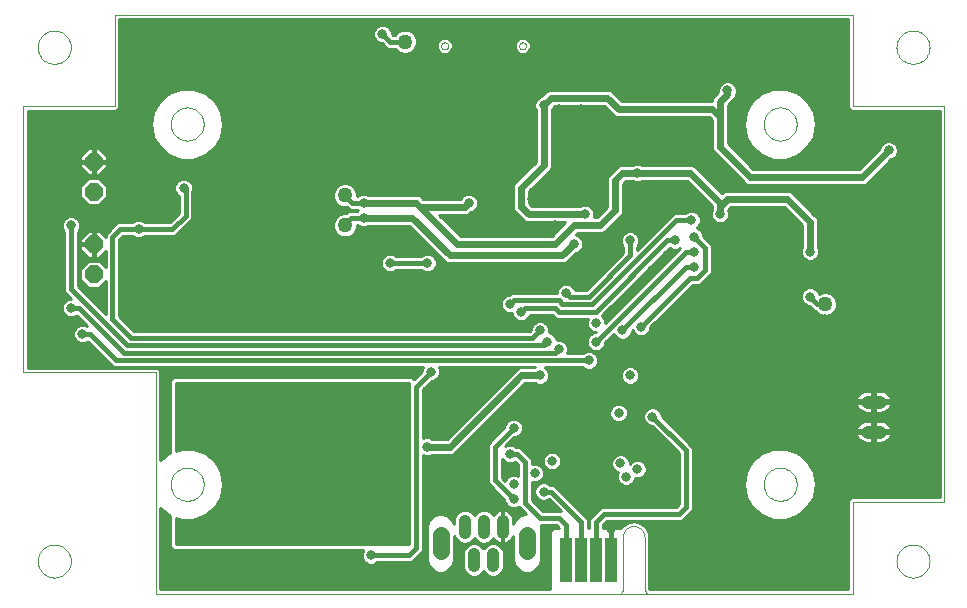
<source format=gbl>
G75*
G70*
%OFA0B0*%
%FSLAX24Y24*%
%IPPOS*%
%LPD*%
%AMOC8*
5,1,8,0,0,1.08239X$1,22.5*
%
%ADD10C,0.0000*%
%ADD11OC8,0.0600*%
%ADD12C,0.0413*%
%ADD13C,0.0551*%
%ADD14C,0.0500*%
%ADD15R,0.0400X0.1500*%
%ADD16C,0.0440*%
%ADD17C,0.0317*%
%ADD18C,0.0240*%
%ADD19C,0.0160*%
%ADD20C,0.0100*%
%ADD21C,0.0320*%
D10*
X000780Y001331D02*
X000782Y001378D01*
X000788Y001424D01*
X000798Y001470D01*
X000811Y001515D01*
X000829Y001558D01*
X000850Y001600D01*
X000874Y001640D01*
X000902Y001677D01*
X000933Y001712D01*
X000967Y001745D01*
X001003Y001774D01*
X001042Y001800D01*
X001083Y001823D01*
X001126Y001842D01*
X001170Y001858D01*
X001215Y001870D01*
X001261Y001878D01*
X001308Y001882D01*
X001354Y001882D01*
X001401Y001878D01*
X001447Y001870D01*
X001492Y001858D01*
X001536Y001842D01*
X001579Y001823D01*
X001620Y001800D01*
X001659Y001774D01*
X001695Y001745D01*
X001729Y001712D01*
X001760Y001677D01*
X001788Y001640D01*
X001812Y001600D01*
X001833Y001558D01*
X001851Y001515D01*
X001864Y001470D01*
X001874Y001424D01*
X001880Y001378D01*
X001882Y001331D01*
X001880Y001284D01*
X001874Y001238D01*
X001864Y001192D01*
X001851Y001147D01*
X001833Y001104D01*
X001812Y001062D01*
X001788Y001022D01*
X001760Y000985D01*
X001729Y000950D01*
X001695Y000917D01*
X001659Y000888D01*
X001620Y000862D01*
X001579Y000839D01*
X001536Y000820D01*
X001492Y000804D01*
X001447Y000792D01*
X001401Y000784D01*
X001354Y000780D01*
X001308Y000780D01*
X001261Y000784D01*
X001215Y000792D01*
X001170Y000804D01*
X001126Y000820D01*
X001083Y000839D01*
X001042Y000862D01*
X001003Y000888D01*
X000967Y000917D01*
X000933Y000950D01*
X000902Y000985D01*
X000874Y001022D01*
X000850Y001062D01*
X000829Y001104D01*
X000811Y001147D01*
X000798Y001192D01*
X000788Y001238D01*
X000782Y001284D01*
X000780Y001331D01*
X004717Y000248D02*
X004717Y007630D01*
X000288Y007630D01*
X000288Y016489D01*
X003339Y016489D01*
X003339Y019540D01*
X027945Y019540D01*
X027945Y016489D01*
X030996Y016489D01*
X030996Y003300D01*
X027945Y003300D01*
X027945Y000248D01*
X004717Y000248D01*
X005209Y003890D02*
X005211Y003937D01*
X005217Y003983D01*
X005227Y004029D01*
X005240Y004074D01*
X005258Y004117D01*
X005279Y004159D01*
X005303Y004199D01*
X005331Y004236D01*
X005362Y004271D01*
X005396Y004304D01*
X005432Y004333D01*
X005471Y004359D01*
X005512Y004382D01*
X005555Y004401D01*
X005599Y004417D01*
X005644Y004429D01*
X005690Y004437D01*
X005737Y004441D01*
X005783Y004441D01*
X005830Y004437D01*
X005876Y004429D01*
X005921Y004417D01*
X005965Y004401D01*
X006008Y004382D01*
X006049Y004359D01*
X006088Y004333D01*
X006124Y004304D01*
X006158Y004271D01*
X006189Y004236D01*
X006217Y004199D01*
X006241Y004159D01*
X006262Y004117D01*
X006280Y004074D01*
X006293Y004029D01*
X006303Y003983D01*
X006309Y003937D01*
X006311Y003890D01*
X006309Y003843D01*
X006303Y003797D01*
X006293Y003751D01*
X006280Y003706D01*
X006262Y003663D01*
X006241Y003621D01*
X006217Y003581D01*
X006189Y003544D01*
X006158Y003509D01*
X006124Y003476D01*
X006088Y003447D01*
X006049Y003421D01*
X006008Y003398D01*
X005965Y003379D01*
X005921Y003363D01*
X005876Y003351D01*
X005830Y003343D01*
X005783Y003339D01*
X005737Y003339D01*
X005690Y003343D01*
X005644Y003351D01*
X005599Y003363D01*
X005555Y003379D01*
X005512Y003398D01*
X005471Y003421D01*
X005432Y003447D01*
X005396Y003476D01*
X005362Y003509D01*
X005331Y003544D01*
X005303Y003581D01*
X005279Y003621D01*
X005258Y003663D01*
X005240Y003706D01*
X005227Y003751D01*
X005217Y003797D01*
X005211Y003843D01*
X005209Y003890D01*
X020275Y002135D02*
X020275Y000360D01*
X020242Y000310D01*
X020192Y000248D01*
X021092Y000248D01*
X021042Y000310D01*
X021005Y000360D01*
X021005Y002135D01*
X021003Y002172D01*
X020998Y002208D01*
X020988Y002244D01*
X020975Y002279D01*
X020959Y002312D01*
X020940Y002344D01*
X020917Y002373D01*
X020891Y002400D01*
X020863Y002424D01*
X020833Y002445D01*
X020801Y002463D01*
X020767Y002477D01*
X020731Y002488D01*
X020695Y002496D01*
X020658Y002500D01*
X020622Y002500D01*
X020585Y002496D01*
X020549Y002488D01*
X020513Y002477D01*
X020479Y002463D01*
X020447Y002445D01*
X020417Y002424D01*
X020389Y002400D01*
X020363Y002373D01*
X020340Y002344D01*
X020321Y002312D01*
X020305Y002279D01*
X020292Y002244D01*
X020282Y002208D01*
X020277Y002172D01*
X020275Y002135D01*
X024973Y003890D02*
X024975Y003937D01*
X024981Y003983D01*
X024991Y004029D01*
X025004Y004074D01*
X025022Y004117D01*
X025043Y004159D01*
X025067Y004199D01*
X025095Y004236D01*
X025126Y004271D01*
X025160Y004304D01*
X025196Y004333D01*
X025235Y004359D01*
X025276Y004382D01*
X025319Y004401D01*
X025363Y004417D01*
X025408Y004429D01*
X025454Y004437D01*
X025501Y004441D01*
X025547Y004441D01*
X025594Y004437D01*
X025640Y004429D01*
X025685Y004417D01*
X025729Y004401D01*
X025772Y004382D01*
X025813Y004359D01*
X025852Y004333D01*
X025888Y004304D01*
X025922Y004271D01*
X025953Y004236D01*
X025981Y004199D01*
X026005Y004159D01*
X026026Y004117D01*
X026044Y004074D01*
X026057Y004029D01*
X026067Y003983D01*
X026073Y003937D01*
X026075Y003890D01*
X026073Y003843D01*
X026067Y003797D01*
X026057Y003751D01*
X026044Y003706D01*
X026026Y003663D01*
X026005Y003621D01*
X025981Y003581D01*
X025953Y003544D01*
X025922Y003509D01*
X025888Y003476D01*
X025852Y003447D01*
X025813Y003421D01*
X025772Y003398D01*
X025729Y003379D01*
X025685Y003363D01*
X025640Y003351D01*
X025594Y003343D01*
X025547Y003339D01*
X025501Y003339D01*
X025454Y003343D01*
X025408Y003351D01*
X025363Y003363D01*
X025319Y003379D01*
X025276Y003398D01*
X025235Y003421D01*
X025196Y003447D01*
X025160Y003476D01*
X025126Y003509D01*
X025095Y003544D01*
X025067Y003581D01*
X025043Y003621D01*
X025022Y003663D01*
X025004Y003706D01*
X024991Y003751D01*
X024981Y003797D01*
X024975Y003843D01*
X024973Y003890D01*
X029402Y001331D02*
X029404Y001378D01*
X029410Y001424D01*
X029420Y001470D01*
X029433Y001515D01*
X029451Y001558D01*
X029472Y001600D01*
X029496Y001640D01*
X029524Y001677D01*
X029555Y001712D01*
X029589Y001745D01*
X029625Y001774D01*
X029664Y001800D01*
X029705Y001823D01*
X029748Y001842D01*
X029792Y001858D01*
X029837Y001870D01*
X029883Y001878D01*
X029930Y001882D01*
X029976Y001882D01*
X030023Y001878D01*
X030069Y001870D01*
X030114Y001858D01*
X030158Y001842D01*
X030201Y001823D01*
X030242Y001800D01*
X030281Y001774D01*
X030317Y001745D01*
X030351Y001712D01*
X030382Y001677D01*
X030410Y001640D01*
X030434Y001600D01*
X030455Y001558D01*
X030473Y001515D01*
X030486Y001470D01*
X030496Y001424D01*
X030502Y001378D01*
X030504Y001331D01*
X030502Y001284D01*
X030496Y001238D01*
X030486Y001192D01*
X030473Y001147D01*
X030455Y001104D01*
X030434Y001062D01*
X030410Y001022D01*
X030382Y000985D01*
X030351Y000950D01*
X030317Y000917D01*
X030281Y000888D01*
X030242Y000862D01*
X030201Y000839D01*
X030158Y000820D01*
X030114Y000804D01*
X030069Y000792D01*
X030023Y000784D01*
X029976Y000780D01*
X029930Y000780D01*
X029883Y000784D01*
X029837Y000792D01*
X029792Y000804D01*
X029748Y000820D01*
X029705Y000839D01*
X029664Y000862D01*
X029625Y000888D01*
X029589Y000917D01*
X029555Y000950D01*
X029524Y000985D01*
X029496Y001022D01*
X029472Y001062D01*
X029451Y001104D01*
X029433Y001147D01*
X029420Y001192D01*
X029410Y001238D01*
X029404Y001284D01*
X029402Y001331D01*
X024973Y015898D02*
X024975Y015945D01*
X024981Y015991D01*
X024991Y016037D01*
X025004Y016082D01*
X025022Y016125D01*
X025043Y016167D01*
X025067Y016207D01*
X025095Y016244D01*
X025126Y016279D01*
X025160Y016312D01*
X025196Y016341D01*
X025235Y016367D01*
X025276Y016390D01*
X025319Y016409D01*
X025363Y016425D01*
X025408Y016437D01*
X025454Y016445D01*
X025501Y016449D01*
X025547Y016449D01*
X025594Y016445D01*
X025640Y016437D01*
X025685Y016425D01*
X025729Y016409D01*
X025772Y016390D01*
X025813Y016367D01*
X025852Y016341D01*
X025888Y016312D01*
X025922Y016279D01*
X025953Y016244D01*
X025981Y016207D01*
X026005Y016167D01*
X026026Y016125D01*
X026044Y016082D01*
X026057Y016037D01*
X026067Y015991D01*
X026073Y015945D01*
X026075Y015898D01*
X026073Y015851D01*
X026067Y015805D01*
X026057Y015759D01*
X026044Y015714D01*
X026026Y015671D01*
X026005Y015629D01*
X025981Y015589D01*
X025953Y015552D01*
X025922Y015517D01*
X025888Y015484D01*
X025852Y015455D01*
X025813Y015429D01*
X025772Y015406D01*
X025729Y015387D01*
X025685Y015371D01*
X025640Y015359D01*
X025594Y015351D01*
X025547Y015347D01*
X025501Y015347D01*
X025454Y015351D01*
X025408Y015359D01*
X025363Y015371D01*
X025319Y015387D01*
X025276Y015406D01*
X025235Y015429D01*
X025196Y015455D01*
X025160Y015484D01*
X025126Y015517D01*
X025095Y015552D01*
X025067Y015589D01*
X025043Y015629D01*
X025022Y015671D01*
X025004Y015714D01*
X024991Y015759D01*
X024981Y015805D01*
X024975Y015851D01*
X024973Y015898D01*
X029402Y018457D02*
X029404Y018504D01*
X029410Y018550D01*
X029420Y018596D01*
X029433Y018641D01*
X029451Y018684D01*
X029472Y018726D01*
X029496Y018766D01*
X029524Y018803D01*
X029555Y018838D01*
X029589Y018871D01*
X029625Y018900D01*
X029664Y018926D01*
X029705Y018949D01*
X029748Y018968D01*
X029792Y018984D01*
X029837Y018996D01*
X029883Y019004D01*
X029930Y019008D01*
X029976Y019008D01*
X030023Y019004D01*
X030069Y018996D01*
X030114Y018984D01*
X030158Y018968D01*
X030201Y018949D01*
X030242Y018926D01*
X030281Y018900D01*
X030317Y018871D01*
X030351Y018838D01*
X030382Y018803D01*
X030410Y018766D01*
X030434Y018726D01*
X030455Y018684D01*
X030473Y018641D01*
X030486Y018596D01*
X030496Y018550D01*
X030502Y018504D01*
X030504Y018457D01*
X030502Y018410D01*
X030496Y018364D01*
X030486Y018318D01*
X030473Y018273D01*
X030455Y018230D01*
X030434Y018188D01*
X030410Y018148D01*
X030382Y018111D01*
X030351Y018076D01*
X030317Y018043D01*
X030281Y018014D01*
X030242Y017988D01*
X030201Y017965D01*
X030158Y017946D01*
X030114Y017930D01*
X030069Y017918D01*
X030023Y017910D01*
X029976Y017906D01*
X029930Y017906D01*
X029883Y017910D01*
X029837Y017918D01*
X029792Y017930D01*
X029748Y017946D01*
X029705Y017965D01*
X029664Y017988D01*
X029625Y018014D01*
X029589Y018043D01*
X029555Y018076D01*
X029524Y018111D01*
X029496Y018148D01*
X029472Y018188D01*
X029451Y018230D01*
X029433Y018273D01*
X029420Y018318D01*
X029410Y018364D01*
X029404Y018410D01*
X029402Y018457D01*
X016823Y018502D02*
X016825Y018523D01*
X016831Y018543D01*
X016840Y018563D01*
X016852Y018580D01*
X016867Y018594D01*
X016885Y018606D01*
X016905Y018614D01*
X016925Y018619D01*
X016946Y018620D01*
X016967Y018617D01*
X016987Y018611D01*
X017006Y018600D01*
X017023Y018587D01*
X017036Y018571D01*
X017047Y018553D01*
X017055Y018533D01*
X017059Y018513D01*
X017059Y018491D01*
X017055Y018471D01*
X017047Y018451D01*
X017036Y018433D01*
X017023Y018417D01*
X017006Y018404D01*
X016987Y018393D01*
X016967Y018387D01*
X016946Y018384D01*
X016925Y018385D01*
X016905Y018390D01*
X016885Y018398D01*
X016867Y018410D01*
X016852Y018424D01*
X016840Y018441D01*
X016831Y018461D01*
X016825Y018481D01*
X016823Y018502D01*
X014225Y018502D02*
X014227Y018523D01*
X014233Y018543D01*
X014242Y018563D01*
X014254Y018580D01*
X014269Y018594D01*
X014287Y018606D01*
X014307Y018614D01*
X014327Y018619D01*
X014348Y018620D01*
X014369Y018617D01*
X014389Y018611D01*
X014408Y018600D01*
X014425Y018587D01*
X014438Y018571D01*
X014449Y018553D01*
X014457Y018533D01*
X014461Y018513D01*
X014461Y018491D01*
X014457Y018471D01*
X014449Y018451D01*
X014438Y018433D01*
X014425Y018417D01*
X014408Y018404D01*
X014389Y018393D01*
X014369Y018387D01*
X014348Y018384D01*
X014327Y018385D01*
X014307Y018390D01*
X014287Y018398D01*
X014269Y018410D01*
X014254Y018424D01*
X014242Y018441D01*
X014233Y018461D01*
X014227Y018481D01*
X014225Y018502D01*
X005209Y015898D02*
X005211Y015945D01*
X005217Y015991D01*
X005227Y016037D01*
X005240Y016082D01*
X005258Y016125D01*
X005279Y016167D01*
X005303Y016207D01*
X005331Y016244D01*
X005362Y016279D01*
X005396Y016312D01*
X005432Y016341D01*
X005471Y016367D01*
X005512Y016390D01*
X005555Y016409D01*
X005599Y016425D01*
X005644Y016437D01*
X005690Y016445D01*
X005737Y016449D01*
X005783Y016449D01*
X005830Y016445D01*
X005876Y016437D01*
X005921Y016425D01*
X005965Y016409D01*
X006008Y016390D01*
X006049Y016367D01*
X006088Y016341D01*
X006124Y016312D01*
X006158Y016279D01*
X006189Y016244D01*
X006217Y016207D01*
X006241Y016167D01*
X006262Y016125D01*
X006280Y016082D01*
X006293Y016037D01*
X006303Y015991D01*
X006309Y015945D01*
X006311Y015898D01*
X006309Y015851D01*
X006303Y015805D01*
X006293Y015759D01*
X006280Y015714D01*
X006262Y015671D01*
X006241Y015629D01*
X006217Y015589D01*
X006189Y015552D01*
X006158Y015517D01*
X006124Y015484D01*
X006088Y015455D01*
X006049Y015429D01*
X006008Y015406D01*
X005965Y015387D01*
X005921Y015371D01*
X005876Y015359D01*
X005830Y015351D01*
X005783Y015347D01*
X005737Y015347D01*
X005690Y015351D01*
X005644Y015359D01*
X005599Y015371D01*
X005555Y015387D01*
X005512Y015406D01*
X005471Y015429D01*
X005432Y015455D01*
X005396Y015484D01*
X005362Y015517D01*
X005331Y015552D01*
X005303Y015589D01*
X005279Y015629D01*
X005258Y015671D01*
X005240Y015714D01*
X005227Y015759D01*
X005217Y015805D01*
X005211Y015851D01*
X005209Y015898D01*
X000780Y018457D02*
X000782Y018504D01*
X000788Y018550D01*
X000798Y018596D01*
X000811Y018641D01*
X000829Y018684D01*
X000850Y018726D01*
X000874Y018766D01*
X000902Y018803D01*
X000933Y018838D01*
X000967Y018871D01*
X001003Y018900D01*
X001042Y018926D01*
X001083Y018949D01*
X001126Y018968D01*
X001170Y018984D01*
X001215Y018996D01*
X001261Y019004D01*
X001308Y019008D01*
X001354Y019008D01*
X001401Y019004D01*
X001447Y018996D01*
X001492Y018984D01*
X001536Y018968D01*
X001579Y018949D01*
X001620Y018926D01*
X001659Y018900D01*
X001695Y018871D01*
X001729Y018838D01*
X001760Y018803D01*
X001788Y018766D01*
X001812Y018726D01*
X001833Y018684D01*
X001851Y018641D01*
X001864Y018596D01*
X001874Y018550D01*
X001880Y018504D01*
X001882Y018457D01*
X001880Y018410D01*
X001874Y018364D01*
X001864Y018318D01*
X001851Y018273D01*
X001833Y018230D01*
X001812Y018188D01*
X001788Y018148D01*
X001760Y018111D01*
X001729Y018076D01*
X001695Y018043D01*
X001659Y018014D01*
X001620Y017988D01*
X001579Y017965D01*
X001536Y017946D01*
X001492Y017930D01*
X001447Y017918D01*
X001401Y017910D01*
X001354Y017906D01*
X001308Y017906D01*
X001261Y017910D01*
X001215Y017918D01*
X001170Y017930D01*
X001126Y017946D01*
X001083Y017965D01*
X001042Y017988D01*
X001003Y018014D01*
X000967Y018043D01*
X000933Y018076D01*
X000902Y018111D01*
X000874Y018148D01*
X000850Y018188D01*
X000829Y018230D01*
X000811Y018273D01*
X000798Y018318D01*
X000788Y018364D01*
X000782Y018410D01*
X000780Y018457D01*
D11*
X002642Y014644D03*
X002642Y013644D03*
X002642Y011894D03*
X002642Y010894D03*
D12*
X015012Y002682D02*
X015012Y002269D01*
X015642Y002269D02*
X015642Y002682D01*
X016272Y002682D02*
X016272Y002269D01*
X015957Y001580D02*
X015957Y001166D01*
X015327Y001166D02*
X015327Y001580D01*
D13*
X014205Y001649D02*
X014205Y002200D01*
X017079Y002200D02*
X017079Y001649D01*
D14*
X027017Y009894D03*
X013017Y018644D03*
X011017Y013519D03*
X011017Y012519D03*
D15*
X018392Y001357D03*
X018892Y001357D03*
X019392Y001357D03*
X019892Y001357D03*
D16*
X028422Y005644D02*
X028862Y005644D01*
X028862Y006644D02*
X028422Y006644D01*
D17*
X027642Y006644D03*
X026642Y006644D03*
X025642Y006644D03*
X024267Y006519D03*
X024267Y006019D03*
X023767Y005769D03*
X023267Y005894D03*
X022642Y005894D03*
X021267Y006144D03*
X020142Y006269D03*
X020142Y005769D03*
X019017Y005769D03*
X017767Y006019D03*
X016642Y005769D03*
X016142Y005894D03*
X015642Y005644D03*
X015267Y005269D03*
X014892Y004894D03*
X014642Y004519D03*
X014267Y004269D03*
X014642Y004019D03*
X013767Y004269D03*
X013767Y005144D03*
X012767Y005144D03*
X011767Y005144D03*
X010767Y005144D03*
X009767Y005144D03*
X008767Y005144D03*
X007767Y005144D03*
X006767Y005144D03*
X007767Y004144D03*
X008767Y004144D03*
X007767Y003144D03*
X007767Y002144D03*
X008392Y001519D03*
X008892Y001519D03*
X008892Y001019D03*
X009392Y000519D03*
X010017Y000519D03*
X010642Y000519D03*
X011267Y000519D03*
X012017Y000519D03*
X013017Y000519D03*
X014017Y000519D03*
X015017Y000519D03*
X016017Y000519D03*
X017017Y000519D03*
X017642Y000519D03*
X019892Y002394D03*
X020517Y003269D03*
X020080Y003519D03*
X019580Y003519D03*
X019080Y003519D03*
X017642Y003644D03*
X017642Y003144D03*
X016642Y003394D03*
X016642Y003894D03*
X017342Y004269D03*
X017917Y004669D03*
X018392Y004519D03*
X017767Y005144D03*
X016642Y004394D03*
X016517Y004894D03*
X014767Y006144D03*
X013767Y006144D03*
X012767Y006144D03*
X011767Y006144D03*
X010767Y006144D03*
X009767Y006144D03*
X008767Y006144D03*
X007767Y006144D03*
X006767Y006144D03*
X005767Y006144D03*
X005017Y005894D03*
X005017Y005019D03*
X005017Y006769D03*
X005767Y007144D03*
X005017Y007644D03*
X006517Y007644D03*
X006767Y007144D03*
X007142Y007644D03*
X007767Y007144D03*
X008142Y007644D03*
X008767Y007144D03*
X009142Y007644D03*
X009767Y007144D03*
X010142Y007644D03*
X010767Y007144D03*
X011142Y007644D03*
X011767Y007144D03*
X012142Y007644D03*
X012767Y007144D03*
X013892Y007644D03*
X016017Y007519D03*
X017517Y007519D03*
X018267Y007019D03*
X020267Y007019D03*
X020517Y007519D03*
X021267Y007019D03*
X022142Y007644D03*
X022392Y007269D03*
X022892Y007269D03*
X023392Y007269D03*
X023892Y007269D03*
X024267Y007019D03*
X024642Y007644D03*
X023767Y008019D03*
X023642Y008644D03*
X024142Y008644D03*
X024642Y008644D03*
X025142Y008644D03*
X025642Y008644D03*
X026142Y008644D03*
X026642Y008644D03*
X027142Y008644D03*
X027642Y008644D03*
X028142Y008644D03*
X028517Y008894D03*
X028892Y009269D03*
X029267Y009644D03*
X029642Y010019D03*
X030142Y010144D03*
X030642Y010394D03*
X030642Y010894D03*
X030642Y011394D03*
X029892Y011644D03*
X029392Y011894D03*
X029017Y011519D03*
X028892Y011019D03*
X028892Y010519D03*
X028517Y010144D03*
X028267Y009769D03*
X028017Y009394D03*
X027517Y009394D03*
X027017Y009394D03*
X026517Y009394D03*
X026017Y009394D03*
X026017Y010144D03*
X026517Y010144D03*
X027517Y010144D03*
X028017Y010144D03*
X027142Y011644D03*
X026517Y011644D03*
X025892Y012519D03*
X025267Y012519D03*
X024892Y012144D03*
X024642Y012519D03*
X024267Y012144D03*
X023767Y012519D03*
X023517Y012894D03*
X023017Y012644D03*
X022570Y012697D03*
X022642Y012144D03*
X022017Y012019D03*
X021767Y011519D03*
X021267Y011019D03*
X020892Y010644D03*
X020392Y010144D03*
X019392Y011019D03*
X018892Y010519D03*
X018517Y011207D03*
X018017Y011144D03*
X017517Y011144D03*
X017017Y011144D03*
X016517Y011144D03*
X016017Y011144D03*
X015517Y011144D03*
X015017Y011144D03*
X016142Y010519D03*
X016892Y010519D03*
X017892Y010519D03*
X019017Y011519D03*
X019517Y011644D03*
X020017Y011644D03*
X020517Y012019D03*
X021017Y012144D03*
X021017Y012644D03*
X021517Y012644D03*
X021517Y013144D03*
X021017Y013144D03*
X020517Y013644D03*
X021017Y013769D03*
X021642Y013769D03*
X022267Y013769D03*
X023017Y014394D03*
X024642Y014769D03*
X024142Y015769D03*
X024142Y016269D03*
X024142Y016769D03*
X023767Y017019D03*
X024142Y017269D03*
X024642Y017269D03*
X025642Y017269D03*
X026642Y017269D03*
X027642Y017269D03*
X027642Y018269D03*
X026642Y018269D03*
X025642Y018269D03*
X024642Y018269D03*
X023642Y018269D03*
X022642Y018269D03*
X021642Y018269D03*
X020642Y018269D03*
X019642Y018269D03*
X018642Y018269D03*
X017642Y018144D03*
X017642Y017644D03*
X017392Y017019D03*
X016872Y017299D03*
X016560Y017902D03*
X016008Y017902D03*
X017392Y018644D03*
X016872Y018896D03*
X016517Y019269D03*
X016017Y019269D03*
X015517Y019269D03*
X015017Y019269D03*
X014517Y019269D03*
X014017Y019269D03*
X013517Y019269D03*
X013017Y019269D03*
X012517Y019269D03*
X012267Y018894D03*
X012017Y019269D03*
X011767Y018894D03*
X011517Y019269D03*
X011017Y019269D03*
X010517Y019269D03*
X010017Y019269D03*
X010017Y018769D03*
X009455Y018769D03*
X008892Y018769D03*
X008642Y018269D03*
X008642Y017769D03*
X008642Y017269D03*
X008767Y016769D03*
X009267Y016519D03*
X009767Y016519D03*
X010267Y016519D03*
X010767Y016519D03*
X011267Y016394D03*
X011142Y016019D03*
X010642Y016019D03*
X010267Y015519D03*
X009892Y015769D03*
X009392Y015769D03*
X008892Y015769D03*
X008642Y016269D03*
X008142Y016269D03*
X007642Y016269D03*
X007142Y016019D03*
X006892Y016644D03*
X006642Y017269D03*
X005642Y017269D03*
X004642Y017269D03*
X003642Y017269D03*
X003642Y018269D03*
X004642Y018269D03*
X005642Y018269D03*
X006642Y018269D03*
X007642Y018269D03*
X007642Y017269D03*
X007642Y019269D03*
X006642Y019269D03*
X005642Y019269D03*
X004642Y019269D03*
X003642Y019269D03*
X004517Y016394D03*
X003642Y016144D03*
X002642Y016144D03*
X001642Y016144D03*
X000642Y016144D03*
X000642Y015144D03*
X001642Y015144D03*
X001642Y014144D03*
X000642Y014144D03*
X000642Y013144D03*
X001892Y012519D03*
X002767Y012769D03*
X003642Y013144D03*
X004142Y012394D03*
X003642Y012019D03*
X003642Y011519D03*
X003642Y011019D03*
X003642Y010519D03*
X003642Y010019D03*
X003642Y009519D03*
X004017Y009269D03*
X005392Y009144D03*
X005892Y009144D03*
X006392Y009144D03*
X006892Y009144D03*
X007267Y009394D03*
X008142Y009644D03*
X008642Y009644D03*
X009142Y009519D03*
X009642Y009519D03*
X010142Y009519D03*
X010642Y009519D03*
X011142Y009519D03*
X011642Y009519D03*
X012017Y009769D03*
X012017Y010269D03*
X012017Y010769D03*
X012017Y011269D03*
X012517Y011269D03*
X012017Y011769D03*
X011767Y012269D03*
X011642Y012769D03*
X011642Y013269D03*
X011767Y013769D03*
X012017Y014269D03*
X012017Y014769D03*
X012017Y015269D03*
X012017Y015769D03*
X011642Y016019D03*
X012767Y016519D03*
X012267Y016644D03*
X012892Y017019D03*
X013017Y017519D03*
X013517Y017519D03*
X013892Y017269D03*
X014392Y017269D03*
X014392Y016830D03*
X014767Y016580D03*
X015205Y016519D03*
X015892Y016519D03*
X016556Y016519D03*
X017142Y016519D03*
X017642Y016519D03*
X018142Y016394D03*
X018517Y016144D03*
X018892Y016394D03*
X018392Y015644D03*
X018392Y015144D03*
X016892Y015519D03*
X016392Y015519D03*
X016392Y014894D03*
X016392Y014269D03*
X016392Y013769D03*
X017267Y013394D03*
X017892Y013394D03*
X018455Y013394D03*
X019080Y013394D03*
X019580Y013394D03*
X019017Y012894D03*
X018017Y012519D03*
X017517Y012269D03*
X017017Y012269D03*
X016517Y012269D03*
X016017Y012269D03*
X015517Y012269D03*
X014955Y012394D03*
X014517Y012707D03*
X015142Y013269D03*
X014455Y013582D03*
X013767Y013582D03*
X013267Y013769D03*
X013267Y014269D03*
X013267Y014769D03*
X013392Y015269D03*
X013892Y015269D03*
X014392Y015269D03*
X014892Y015269D03*
X015142Y016019D03*
X014142Y016019D03*
X013517Y016644D03*
X013017Y016144D03*
X013017Y015644D03*
X013142Y012269D03*
X013517Y011894D03*
X013767Y011269D03*
X015392Y010394D03*
X015642Y009769D03*
X016142Y009519D03*
X015642Y009144D03*
X017892Y009394D03*
X018892Y009019D03*
X019392Y009269D03*
X018142Y008394D03*
X021267Y008769D03*
X021767Y008769D03*
X022267Y008769D03*
X022767Y008769D03*
X023267Y009019D03*
X022767Y008019D03*
X021767Y008019D03*
X025642Y007644D03*
X026642Y007644D03*
X027642Y007644D03*
X028642Y007644D03*
X029642Y007644D03*
X030642Y007644D03*
X030642Y006644D03*
X029642Y006644D03*
X029642Y005644D03*
X030642Y005644D03*
X030642Y004644D03*
X029642Y004644D03*
X028642Y004644D03*
X027642Y004644D03*
X026767Y004394D03*
X026017Y005144D03*
X025642Y005644D03*
X024767Y005019D03*
X024267Y005019D03*
X024267Y005519D03*
X024267Y004519D03*
X023767Y004269D03*
X023267Y004269D03*
X022767Y004269D03*
X022017Y004144D03*
X022017Y003707D03*
X022017Y003269D03*
X021517Y003269D03*
X021017Y003269D03*
X021267Y002519D03*
X021642Y002519D03*
X022642Y002519D03*
X023642Y002519D03*
X024392Y003144D03*
X023642Y003519D03*
X022767Y003519D03*
X021517Y004269D03*
X021392Y004707D03*
X021267Y005144D03*
X020770Y004394D03*
X020395Y004144D03*
X020203Y004583D03*
X019517Y004519D03*
X016017Y003144D03*
X014892Y003144D03*
X014642Y003519D03*
X012767Y003144D03*
X011767Y003144D03*
X010767Y003144D03*
X009767Y003144D03*
X011767Y002144D03*
X011892Y001519D03*
X012767Y002144D03*
X012767Y004144D03*
X011767Y004144D03*
X007017Y001519D03*
X006767Y002144D03*
X006017Y001519D03*
X005767Y002144D03*
X005017Y001644D03*
X005017Y002769D03*
X005017Y000519D03*
X006017Y000519D03*
X007017Y000519D03*
X008017Y000519D03*
X000642Y008019D03*
X000642Y009144D03*
X001642Y009144D03*
X001892Y009769D03*
X000642Y010144D03*
X000642Y011144D03*
X001517Y011644D03*
X000642Y012144D03*
X003642Y014144D03*
X003642Y015144D03*
X004642Y015144D03*
X005392Y014519D03*
X006517Y014769D03*
X005642Y013769D03*
X005330Y013019D03*
X010267Y010519D03*
X010267Y010019D03*
X018642Y011894D03*
X019142Y012144D03*
X020767Y014269D03*
X020517Y014644D03*
X021142Y016894D03*
X021767Y016894D03*
X022142Y017269D03*
X022642Y017519D03*
X023142Y017519D03*
X023642Y017519D03*
X023642Y019269D03*
X022642Y019269D03*
X021642Y019269D03*
X020642Y019269D03*
X019642Y019269D03*
X018642Y019269D03*
X017642Y019269D03*
X019142Y017519D03*
X020142Y017144D03*
X020892Y017519D03*
X024642Y019269D03*
X025642Y019269D03*
X026642Y019269D03*
X027642Y019269D03*
X027767Y016269D03*
X027267Y016269D03*
X026830Y016082D03*
X026767Y015269D03*
X026767Y014769D03*
X026267Y014769D03*
X028142Y014644D03*
X029142Y015019D03*
X029642Y015019D03*
X030017Y014769D03*
X030017Y014269D03*
X030392Y013894D03*
X030642Y013394D03*
X030642Y012894D03*
X029892Y012769D03*
X029767Y012269D03*
X030642Y012394D03*
X030642Y011894D03*
X029767Y013269D03*
X027642Y013019D03*
X027392Y012644D03*
X024892Y011644D03*
X024767Y011144D03*
X024267Y011144D03*
X024267Y011644D03*
X024267Y010519D03*
X024767Y010519D03*
X022642Y011144D03*
X022642Y011644D03*
X024142Y012894D03*
X028267Y016207D03*
X028767Y016207D03*
X029142Y015957D03*
X029642Y016144D03*
X029142Y015519D03*
X030642Y015144D03*
X030642Y016144D03*
X030642Y009644D03*
X030642Y008644D03*
X029642Y008644D03*
X027642Y005644D03*
X026642Y005644D03*
X027642Y003644D03*
X026767Y003394D03*
X026642Y002519D03*
X027642Y002519D03*
X027642Y001519D03*
X026642Y001519D03*
X025642Y001519D03*
X024642Y001519D03*
X023642Y001519D03*
X022642Y001519D03*
X021642Y001519D03*
X021642Y000519D03*
X022642Y000519D03*
X023642Y000519D03*
X024642Y000519D03*
X025642Y000519D03*
X026642Y000519D03*
X027642Y000519D03*
X025642Y002519D03*
X024642Y002519D03*
X028642Y003644D03*
X029642Y003644D03*
X030642Y003644D03*
X008642Y019269D03*
D18*
X016892Y013769D02*
X016892Y013144D01*
X017142Y012894D01*
X019017Y012894D01*
X018642Y012519D02*
X018017Y011894D01*
X014767Y011894D01*
X013517Y013144D01*
X015017Y013144D01*
X015142Y013269D01*
X013517Y013144D02*
X013392Y013269D01*
X011642Y013269D01*
X011642Y012769D02*
X013267Y012769D01*
X014517Y011519D01*
X018267Y011519D01*
X018642Y011894D01*
X018642Y012519D02*
X019517Y012519D01*
X020017Y013019D01*
X020017Y014019D01*
X020267Y014269D01*
X020767Y014269D01*
X022517Y014269D01*
X023517Y013269D01*
X023517Y013144D01*
X023767Y013394D01*
X025767Y013394D01*
X026517Y012644D01*
X026517Y011644D01*
X023517Y012894D02*
X023517Y013144D01*
X024517Y014144D02*
X028267Y014144D01*
X029142Y015019D01*
X024517Y014144D02*
X023517Y015144D01*
X023517Y016144D01*
X023267Y016394D01*
X020142Y016394D01*
X019767Y016769D01*
X017892Y016769D01*
X017642Y016519D01*
X017642Y014519D01*
X016892Y013769D01*
X023517Y016144D02*
X023517Y016644D01*
X023767Y016894D01*
X023767Y017019D01*
X017517Y007519D02*
X016892Y007519D01*
X014517Y005144D01*
X013767Y005144D01*
D19*
X016017Y005144D02*
X016017Y004019D01*
X016642Y003394D01*
X017017Y003269D02*
X017017Y004644D01*
X016767Y004894D01*
X016517Y004894D01*
X016017Y005144D02*
X016642Y005769D01*
X013892Y007644D02*
X013392Y007144D01*
X013392Y001769D01*
X013142Y001519D01*
X011892Y001519D01*
X017017Y003269D02*
X017517Y002769D01*
X018142Y002769D01*
X018392Y002519D01*
X018392Y001357D01*
X018892Y001357D02*
X018892Y002644D01*
X017892Y003644D01*
X017642Y003644D01*
X019392Y002644D02*
X019392Y001357D01*
X019892Y001357D02*
X019892Y002394D01*
X019642Y002894D02*
X019392Y002644D01*
X019642Y002894D02*
X022142Y002894D01*
X022392Y003144D01*
X022392Y005019D01*
X021267Y006144D01*
X019142Y008019D02*
X003392Y008019D01*
X002517Y008894D01*
X002267Y008894D01*
X003267Y009394D02*
X003892Y008769D01*
X017267Y008769D01*
X017517Y009019D01*
X017767Y008644D02*
X017642Y008519D01*
X003767Y008519D01*
X001892Y010394D01*
X001892Y012519D01*
X003267Y012144D02*
X003267Y009394D01*
X002142Y009769D02*
X003642Y008269D01*
X018017Y008269D01*
X018142Y008394D01*
X019392Y008644D02*
X022392Y011644D01*
X022642Y011644D01*
X023017Y011769D02*
X023017Y011019D01*
X022767Y010769D01*
X022517Y010769D01*
X020892Y009144D01*
X020267Y009019D02*
X022392Y011144D01*
X022642Y011144D01*
X023017Y011769D02*
X022642Y012144D01*
X022017Y012019D02*
X021767Y012019D01*
X019392Y009644D01*
X018142Y009644D01*
X018017Y009769D01*
X017017Y009769D01*
X016892Y009644D01*
X016642Y010019D02*
X016517Y009894D01*
X016642Y010019D02*
X018142Y010019D01*
X018267Y009894D01*
X019267Y009894D01*
X022070Y012697D01*
X022570Y012697D01*
X020517Y012019D02*
X020517Y011519D01*
X019142Y010144D01*
X018517Y010144D01*
X018392Y010269D01*
X013767Y011269D02*
X012517Y011269D01*
X011017Y012519D02*
X011017Y012559D01*
X011227Y012769D01*
X011642Y012769D01*
X011642Y013269D02*
X011267Y013269D01*
X011017Y013519D01*
X005705Y013707D02*
X005705Y012832D01*
X005267Y012394D01*
X004142Y012394D01*
X003517Y012394D01*
X003267Y012144D01*
X005642Y013769D02*
X005705Y013707D01*
X002142Y009769D02*
X001892Y009769D01*
X012267Y018894D02*
X012517Y018644D01*
X013017Y018644D01*
X026517Y010144D02*
X026767Y009894D01*
X027017Y009894D01*
D20*
X027417Y009894D02*
X030846Y009894D01*
X030846Y009796D02*
X027409Y009796D01*
X027417Y009815D02*
X027417Y009974D01*
X027356Y010121D01*
X027244Y010233D01*
X027097Y010294D01*
X026938Y010294D01*
X026811Y010242D01*
X026779Y010319D01*
X026692Y010406D01*
X026578Y010453D01*
X026456Y010453D01*
X026342Y010406D01*
X026256Y010319D01*
X026209Y010205D01*
X026209Y010083D01*
X026256Y009969D01*
X026342Y009883D01*
X026456Y009836D01*
X026500Y009836D01*
X026672Y009664D01*
X026681Y009664D01*
X026791Y009555D01*
X026938Y009494D01*
X027097Y009494D01*
X027244Y009555D01*
X027356Y009668D01*
X027417Y009815D01*
X027368Y009697D02*
X030846Y009697D01*
X030846Y009599D02*
X027287Y009599D01*
X027111Y009500D02*
X030846Y009500D01*
X030846Y009402D02*
X021475Y009402D01*
X021573Y009500D02*
X026923Y009500D01*
X026747Y009599D02*
X021672Y009599D01*
X021770Y009697D02*
X026639Y009697D01*
X026540Y009796D02*
X021869Y009796D01*
X021967Y009894D02*
X026331Y009894D01*
X026246Y009993D02*
X022066Y009993D01*
X022164Y010091D02*
X026209Y010091D01*
X026209Y010190D02*
X022263Y010190D01*
X022361Y010288D02*
X026243Y010288D01*
X026323Y010387D02*
X022460Y010387D01*
X022558Y010485D02*
X030846Y010485D01*
X030846Y010387D02*
X026711Y010387D01*
X026791Y010288D02*
X026923Y010288D01*
X027111Y010288D02*
X030846Y010288D01*
X030846Y010190D02*
X027287Y010190D01*
X027368Y010091D02*
X030846Y010091D01*
X030846Y009993D02*
X027409Y009993D01*
X026692Y011383D02*
X026578Y011336D01*
X026456Y011336D01*
X026342Y011383D01*
X026256Y011469D01*
X026209Y011583D01*
X026209Y011705D01*
X026247Y011798D01*
X026247Y012532D01*
X025655Y013124D01*
X023879Y013124D01*
X023792Y013037D01*
X023826Y012955D01*
X023826Y012833D01*
X023779Y012719D01*
X023692Y012633D01*
X023578Y012586D01*
X023456Y012586D01*
X023342Y012633D01*
X023256Y012719D01*
X023209Y012833D01*
X023209Y012955D01*
X023247Y013048D01*
X023247Y013157D01*
X022405Y013999D01*
X020921Y013999D01*
X020828Y013961D01*
X020706Y013961D01*
X020613Y013999D01*
X020379Y013999D01*
X020287Y013907D01*
X020287Y012965D01*
X020246Y012866D01*
X019746Y012366D01*
X019746Y012366D01*
X019670Y012290D01*
X019571Y012249D01*
X018754Y012249D01*
X018706Y012201D01*
X018817Y012156D01*
X018904Y012069D01*
X018951Y011955D01*
X018951Y011833D01*
X018904Y011719D01*
X018817Y011633D01*
X018724Y011594D01*
X018420Y011290D01*
X018321Y011249D01*
X014463Y011249D01*
X014364Y011290D01*
X014288Y011366D01*
X013155Y012499D01*
X011796Y012499D01*
X011703Y012461D01*
X011581Y012461D01*
X011467Y012508D01*
X011436Y012539D01*
X011417Y012539D01*
X011417Y012440D01*
X011356Y012293D01*
X011244Y012180D01*
X011097Y012119D01*
X010938Y012119D01*
X010791Y012180D01*
X010678Y012293D01*
X010617Y012440D01*
X010617Y012599D01*
X010678Y012746D01*
X010791Y012858D01*
X010938Y012919D01*
X011052Y012919D01*
X011132Y012999D01*
X011436Y012999D01*
X011456Y013019D01*
X011436Y013039D01*
X011172Y013039D01*
X011092Y013119D01*
X010938Y013119D01*
X010791Y013180D01*
X010678Y013293D01*
X010617Y013440D01*
X005935Y013440D01*
X005935Y013342D02*
X010658Y013342D01*
X010617Y013440D02*
X010617Y013599D01*
X010678Y013746D01*
X010791Y013858D01*
X010938Y013919D01*
X011097Y013919D01*
X011244Y013858D01*
X011356Y013746D01*
X011417Y013599D01*
X011417Y013499D01*
X011436Y013499D01*
X011467Y013531D01*
X011581Y013578D01*
X011703Y013578D01*
X011796Y013539D01*
X013446Y013539D01*
X013545Y013498D01*
X013629Y013414D01*
X014868Y013414D01*
X014881Y013444D01*
X014967Y013531D01*
X015081Y013578D01*
X015203Y013578D01*
X015317Y013531D01*
X015404Y013444D01*
X015451Y013330D01*
X015451Y013208D01*
X015404Y013094D01*
X015317Y013008D01*
X015224Y012969D01*
X015170Y012915D01*
X015071Y012874D01*
X014169Y012874D01*
X014879Y012164D01*
X017905Y012164D01*
X018365Y012624D01*
X017088Y012624D01*
X016989Y012665D01*
X016913Y012741D01*
X016913Y012741D01*
X016663Y012991D01*
X016622Y013090D01*
X016622Y013823D01*
X016663Y013922D01*
X017372Y014631D01*
X017372Y016365D01*
X017334Y016458D01*
X017334Y016580D01*
X017381Y016694D01*
X017467Y016781D01*
X017560Y016819D01*
X017663Y016922D01*
X017739Y016998D01*
X017838Y017039D01*
X019821Y017039D01*
X019920Y016998D01*
X020254Y016664D01*
X023247Y016664D01*
X023247Y016698D01*
X023288Y016797D01*
X023364Y016873D01*
X023459Y016968D01*
X023459Y017080D01*
X023506Y017194D01*
X023592Y017281D01*
X023706Y017328D01*
X023828Y017328D01*
X023942Y017281D01*
X024029Y017194D01*
X024076Y017080D01*
X024076Y016958D01*
X024037Y016865D01*
X024037Y016840D01*
X023996Y016741D01*
X023787Y016532D01*
X023787Y015256D01*
X024629Y014414D01*
X028155Y014414D01*
X028842Y015101D01*
X028881Y015194D01*
X028967Y015281D01*
X029081Y015328D01*
X029203Y015328D01*
X029317Y015281D01*
X029404Y015194D01*
X029451Y015080D01*
X029451Y014958D01*
X029404Y014844D01*
X029317Y014758D01*
X029224Y014719D01*
X028420Y013915D01*
X028321Y013874D01*
X024463Y013874D01*
X024364Y013915D01*
X024288Y013991D01*
X023288Y014991D01*
X023247Y015090D01*
X023247Y016032D01*
X023155Y016124D01*
X020088Y016124D01*
X019989Y016165D01*
X019913Y016241D01*
X019655Y016499D01*
X018004Y016499D01*
X017942Y016437D01*
X017912Y016365D01*
X017912Y014465D01*
X017871Y014366D01*
X017162Y013657D01*
X017162Y013256D01*
X017254Y013164D01*
X018863Y013164D01*
X018956Y013203D01*
X019078Y013203D01*
X019192Y013156D01*
X019279Y013069D01*
X019326Y012955D01*
X019326Y012833D01*
X019307Y012789D01*
X019405Y012789D01*
X019747Y013131D01*
X019747Y014073D01*
X019788Y014172D01*
X019864Y014248D01*
X019864Y014248D01*
X020038Y014422D01*
X020038Y014422D01*
X020114Y014498D01*
X020213Y014539D01*
X020613Y014539D01*
X020706Y014578D01*
X020828Y014578D01*
X020921Y014539D01*
X022571Y014539D01*
X022670Y014498D01*
X022746Y014422D01*
X023580Y013588D01*
X023614Y013623D01*
X023713Y013664D01*
X025821Y013664D01*
X025920Y013623D01*
X026670Y012873D01*
X026746Y012797D01*
X026787Y012698D01*
X026787Y011798D01*
X026826Y011705D01*
X026826Y011583D01*
X026779Y011469D01*
X026692Y011383D01*
X026665Y011372D02*
X030846Y011372D01*
X030846Y011470D02*
X026779Y011470D01*
X026820Y011569D02*
X030846Y011569D01*
X030846Y011667D02*
X026826Y011667D01*
X026801Y011766D02*
X030846Y011766D01*
X030846Y011864D02*
X026787Y011864D01*
X026787Y011963D02*
X030846Y011963D01*
X030846Y012061D02*
X026787Y012061D01*
X026787Y012160D02*
X030846Y012160D01*
X030846Y012258D02*
X026787Y012258D01*
X026787Y012357D02*
X030846Y012357D01*
X030846Y012455D02*
X026787Y012455D01*
X026787Y012554D02*
X030846Y012554D01*
X030846Y012652D02*
X026787Y012652D01*
X026765Y012751D02*
X030846Y012751D01*
X030846Y012849D02*
X026694Y012849D01*
X026595Y012948D02*
X030846Y012948D01*
X030846Y013046D02*
X026497Y013046D01*
X026398Y013145D02*
X030846Y013145D01*
X030846Y013243D02*
X026300Y013243D01*
X026201Y013342D02*
X030846Y013342D01*
X030846Y013440D02*
X026103Y013440D01*
X026004Y013539D02*
X030846Y013539D01*
X030846Y013637D02*
X025886Y013637D01*
X025733Y013046D02*
X023801Y013046D01*
X023826Y012948D02*
X025832Y012948D01*
X025930Y012849D02*
X023826Y012849D01*
X023792Y012751D02*
X026029Y012751D01*
X026127Y012652D02*
X023711Y012652D01*
X023323Y012652D02*
X022879Y012652D01*
X022879Y012636D02*
X022879Y012759D01*
X022832Y012872D01*
X022745Y012959D01*
X022632Y013006D01*
X022509Y013006D01*
X022396Y012959D01*
X022364Y012927D01*
X021975Y012927D01*
X021840Y012793D01*
X021840Y012793D01*
X020747Y011699D01*
X020747Y011813D01*
X020779Y011844D01*
X020826Y011958D01*
X020826Y012080D01*
X020779Y012194D01*
X020692Y012281D01*
X020578Y012328D01*
X020456Y012328D01*
X020342Y012281D01*
X020256Y012194D01*
X020209Y012080D01*
X020209Y011958D01*
X020256Y011844D01*
X020287Y011813D01*
X020287Y011614D01*
X019047Y010374D01*
X018684Y010374D01*
X018655Y010445D01*
X018568Y010532D01*
X018454Y010579D01*
X018330Y010579D01*
X018217Y010532D01*
X018129Y010445D01*
X018082Y010331D01*
X018082Y010249D01*
X016547Y010249D01*
X016502Y010204D01*
X016455Y010204D01*
X016342Y010157D01*
X016254Y010070D01*
X016207Y009956D01*
X016207Y009832D01*
X016254Y009718D01*
X016342Y009631D01*
X016455Y009584D01*
X016579Y009584D01*
X016582Y009585D01*
X016582Y009582D01*
X016629Y009468D01*
X016717Y009381D01*
X016830Y009334D01*
X016954Y009334D01*
X017068Y009381D01*
X017155Y009468D01*
X017184Y009539D01*
X017922Y009539D01*
X018047Y009414D01*
X019118Y009414D01*
X019084Y009330D01*
X019084Y009208D01*
X019131Y009094D01*
X019217Y009008D01*
X019331Y008961D01*
X019383Y008961D01*
X019377Y008954D01*
X019330Y008954D01*
X019217Y008907D01*
X019129Y008820D01*
X019082Y008706D01*
X019082Y008582D01*
X019129Y008468D01*
X019217Y008381D01*
X019330Y008334D01*
X019454Y008334D01*
X019568Y008381D01*
X019655Y008468D01*
X019702Y008582D01*
X019702Y008629D01*
X019979Y008905D01*
X020004Y008843D01*
X020092Y008756D01*
X020205Y008709D01*
X020329Y008709D01*
X020443Y008756D01*
X020530Y008843D01*
X020577Y008957D01*
X020577Y009004D01*
X020604Y009030D01*
X020629Y008968D01*
X020717Y008881D01*
X020830Y008834D01*
X020954Y008834D01*
X021068Y008881D01*
X021155Y008968D01*
X021202Y009082D01*
X021202Y009129D01*
X022612Y010539D01*
X022862Y010539D01*
X022997Y010674D01*
X023247Y010924D01*
X023247Y011864D01*
X026247Y011864D01*
X026247Y011963D02*
X023149Y011963D01*
X023112Y011999D02*
X022951Y012161D01*
X022951Y012205D01*
X022904Y012319D01*
X022817Y012406D01*
X022744Y012436D01*
X022745Y012436D01*
X022832Y012523D01*
X022879Y012636D01*
X022845Y012554D02*
X026226Y012554D01*
X026247Y012455D02*
X022764Y012455D01*
X022866Y012357D02*
X026247Y012357D01*
X026247Y012258D02*
X022929Y012258D01*
X022952Y012160D02*
X026247Y012160D01*
X026247Y012061D02*
X023050Y012061D01*
X023112Y011999D02*
X023247Y011864D01*
X023247Y011766D02*
X026234Y011766D01*
X026209Y011667D02*
X023247Y011667D01*
X023247Y011569D02*
X026215Y011569D01*
X026255Y011470D02*
X023247Y011470D01*
X023247Y011372D02*
X026369Y011372D01*
X023247Y011273D02*
X030846Y011273D01*
X030846Y011175D02*
X023247Y011175D01*
X023247Y011076D02*
X030846Y011076D01*
X030846Y010978D02*
X023247Y010978D01*
X023202Y010879D02*
X030846Y010879D01*
X030846Y010781D02*
X023104Y010781D01*
X023005Y010682D02*
X030846Y010682D01*
X030846Y010584D02*
X022907Y010584D01*
X021893Y011470D02*
X021543Y011470D01*
X021445Y011372D02*
X021794Y011372D01*
X021696Y011273D02*
X021346Y011273D01*
X021248Y011175D02*
X021597Y011175D01*
X021499Y011076D02*
X021149Y011076D01*
X021051Y010978D02*
X021400Y010978D01*
X021302Y010879D02*
X020952Y010879D01*
X020854Y010781D02*
X021203Y010781D01*
X021105Y010682D02*
X020755Y010682D01*
X020657Y010584D02*
X021006Y010584D01*
X020908Y010485D02*
X020558Y010485D01*
X020460Y010387D02*
X020809Y010387D01*
X020711Y010288D02*
X020361Y010288D01*
X020263Y010190D02*
X020612Y010190D01*
X020514Y010091D02*
X020164Y010091D01*
X020066Y009993D02*
X020415Y009993D01*
X020317Y009894D02*
X019967Y009894D01*
X019869Y009796D02*
X020218Y009796D01*
X020120Y009697D02*
X019770Y009697D01*
X019672Y009599D02*
X020021Y009599D01*
X019923Y009500D02*
X019597Y009500D01*
X019585Y009512D02*
X019622Y009549D01*
X021837Y011763D01*
X021842Y011758D01*
X021956Y011711D01*
X022078Y011711D01*
X022172Y011750D01*
X019701Y009278D01*
X019701Y009330D01*
X019654Y009444D01*
X019585Y009512D01*
X019671Y009402D02*
X019824Y009402D01*
X019726Y009303D02*
X019701Y009303D01*
X019113Y009402D02*
X017088Y009402D01*
X017168Y009500D02*
X017961Y009500D01*
X017693Y009282D02*
X017579Y009329D01*
X017455Y009329D01*
X017342Y009282D01*
X017254Y009195D01*
X017207Y009081D01*
X017207Y009034D01*
X017172Y008999D01*
X003987Y008999D01*
X003497Y009489D01*
X003497Y012049D01*
X003612Y012164D01*
X003936Y012164D01*
X003967Y012133D01*
X004081Y012086D01*
X004203Y012086D01*
X004317Y012133D01*
X004348Y012164D01*
X005362Y012164D01*
X005800Y012602D01*
X005935Y012736D01*
X005935Y013669D01*
X005951Y013708D01*
X005951Y013830D01*
X005904Y013944D01*
X005817Y014031D01*
X005703Y014078D01*
X005581Y014078D01*
X005467Y014031D01*
X005381Y013944D01*
X005334Y013830D01*
X005334Y013708D01*
X005381Y013594D01*
X005467Y013508D01*
X005475Y013505D01*
X005475Y012927D01*
X005172Y012624D01*
X004348Y012624D01*
X004317Y012656D01*
X004203Y012703D01*
X004081Y012703D01*
X003967Y012656D01*
X003936Y012624D01*
X003422Y012624D01*
X003172Y012374D01*
X003037Y012239D01*
X003037Y012135D01*
X002829Y012344D01*
X002672Y012344D01*
X002672Y011924D01*
X002612Y011924D01*
X002612Y011864D01*
X002192Y011864D01*
X002192Y011708D01*
X002456Y011444D01*
X002612Y011444D01*
X002612Y011864D01*
X002672Y011864D01*
X002672Y011444D01*
X002829Y011444D01*
X003037Y011653D01*
X003037Y011135D01*
X002829Y011344D01*
X002456Y011344D01*
X002192Y011080D01*
X002192Y010708D01*
X002456Y010444D01*
X002829Y010444D01*
X003037Y010653D01*
X003037Y009574D01*
X002122Y010489D01*
X002122Y012313D01*
X002154Y012344D01*
X002201Y012458D01*
X002201Y012580D01*
X002154Y012694D01*
X002067Y012781D01*
X001953Y012828D01*
X001831Y012828D01*
X001717Y012781D01*
X001631Y012694D01*
X001584Y012580D01*
X001584Y012458D01*
X001631Y012344D01*
X001662Y012313D01*
X001662Y010299D01*
X001797Y010164D01*
X001883Y010078D01*
X001831Y010078D01*
X001717Y010031D01*
X001631Y009944D01*
X001584Y009830D01*
X001584Y009708D01*
X001631Y009594D01*
X001717Y009508D01*
X001831Y009461D01*
X001953Y009461D01*
X002067Y009508D01*
X002073Y009513D01*
X002419Y009167D01*
X002329Y009204D01*
X002205Y009204D01*
X002092Y009157D01*
X002004Y009070D01*
X001957Y008956D01*
X001957Y008832D01*
X002004Y008718D01*
X002092Y008631D01*
X002205Y008584D01*
X002329Y008584D01*
X002443Y008631D01*
X002449Y008637D01*
X003297Y007789D01*
X013618Y007789D01*
X013584Y007705D01*
X013584Y007661D01*
X013308Y007386D01*
X013225Y007469D01*
X005309Y007469D01*
X005192Y007352D01*
X005192Y004941D01*
X005160Y004929D01*
X004867Y004683D01*
X004867Y007692D01*
X004779Y007780D01*
X000438Y007780D01*
X000438Y016339D01*
X003401Y016339D01*
X003489Y016426D01*
X003489Y019390D01*
X027795Y019390D01*
X027795Y016426D01*
X027883Y016339D01*
X030846Y016339D01*
X030846Y003450D01*
X027883Y003450D01*
X027795Y003362D01*
X027795Y000398D01*
X021163Y000398D01*
X021161Y000402D01*
X021155Y000409D01*
X021155Y002253D01*
X021053Y002465D01*
X020869Y002611D01*
X020640Y002664D01*
X020411Y002611D01*
X020227Y002465D01*
X020227Y002465D01*
X020227Y002465D01*
X020207Y002423D01*
X019622Y002423D01*
X019622Y002549D01*
X019737Y002664D01*
X022237Y002664D01*
X022372Y002799D01*
X022622Y003049D01*
X022622Y005114D01*
X021576Y006161D01*
X021576Y006205D01*
X021529Y006319D01*
X021442Y006406D01*
X021328Y006453D01*
X021206Y006453D01*
X021092Y006406D01*
X021006Y006319D01*
X020959Y006205D01*
X020959Y006083D01*
X021006Y005969D01*
X021092Y005883D01*
X021206Y005836D01*
X021250Y005836D01*
X022162Y004924D01*
X022162Y003239D01*
X022047Y003124D01*
X019547Y003124D01*
X019297Y002874D01*
X019162Y002739D01*
X019162Y002423D01*
X019122Y002423D01*
X019122Y002739D01*
X018987Y002874D01*
X018122Y003739D01*
X017987Y003874D01*
X017848Y003874D01*
X017817Y003906D01*
X017703Y003953D01*
X017581Y003953D01*
X017467Y003906D01*
X017381Y003819D01*
X017334Y003705D01*
X017334Y003583D01*
X017381Y003469D01*
X017467Y003383D01*
X017581Y003336D01*
X017703Y003336D01*
X017817Y003383D01*
X017823Y003388D01*
X018212Y002999D01*
X017612Y002999D01*
X017247Y003364D01*
X017247Y003975D01*
X017281Y003961D01*
X017403Y003961D01*
X017517Y004008D01*
X017604Y004094D01*
X017651Y004208D01*
X017651Y004330D01*
X017604Y004444D01*
X017517Y004531D01*
X017403Y004578D01*
X017281Y004578D01*
X017247Y004564D01*
X017247Y004739D01*
X016997Y004989D01*
X016862Y005124D01*
X016723Y005124D01*
X016692Y005156D01*
X016578Y005203D01*
X016456Y005203D01*
X016362Y005164D01*
X016659Y005461D01*
X016703Y005461D01*
X016817Y005508D01*
X016904Y005594D01*
X016951Y005708D01*
X016951Y005830D01*
X016904Y005944D01*
X016817Y006031D01*
X016703Y006078D01*
X016581Y006078D01*
X016467Y006031D01*
X016381Y005944D01*
X016334Y005830D01*
X016334Y005786D01*
X015787Y005239D01*
X015787Y003924D01*
X015922Y003789D01*
X016334Y003377D01*
X016334Y003333D01*
X016381Y003219D01*
X016467Y003133D01*
X016581Y003086D01*
X016703Y003086D01*
X016817Y003133D01*
X016823Y003138D01*
X016922Y003039D01*
X017060Y002901D01*
X016987Y002901D01*
X016816Y002830D01*
X016685Y002699D01*
X016629Y002564D01*
X016629Y002717D01*
X016615Y002786D01*
X016588Y002851D01*
X016549Y002909D01*
X016499Y002959D01*
X016441Y002998D01*
X016376Y003025D01*
X016307Y003039D01*
X016301Y003039D01*
X016301Y002504D01*
X016243Y002504D01*
X016243Y003039D01*
X016237Y003039D01*
X016168Y003025D01*
X016103Y002998D01*
X016045Y002959D01*
X015995Y002909D01*
X015957Y002853D01*
X015945Y002884D01*
X015844Y002984D01*
X015713Y003039D01*
X015571Y003039D01*
X015440Y002984D01*
X015340Y002884D01*
X015327Y002854D01*
X015315Y002884D01*
X015214Y002984D01*
X015083Y003039D01*
X014941Y003039D01*
X014810Y002984D01*
X014710Y002884D01*
X014656Y002753D01*
X014656Y002564D01*
X014599Y002699D01*
X014468Y002830D01*
X014298Y002901D01*
X014113Y002901D01*
X013942Y002830D01*
X013811Y002699D01*
X013740Y002528D01*
X013740Y001320D01*
X013811Y001149D01*
X013942Y001018D01*
X014113Y000947D01*
X014298Y000947D01*
X014468Y001018D01*
X014599Y001149D01*
X014670Y001320D01*
X014670Y002162D01*
X014710Y002067D01*
X014810Y001966D01*
X014941Y001912D01*
X015083Y001912D01*
X015214Y001966D01*
X015315Y002067D01*
X015327Y002097D01*
X015340Y002067D01*
X015440Y001966D01*
X015571Y001912D01*
X015713Y001912D01*
X015844Y001966D01*
X015945Y002067D01*
X015957Y002098D01*
X015995Y002041D01*
X016045Y001992D01*
X016103Y001952D01*
X016168Y001926D01*
X016237Y001912D01*
X016243Y001912D01*
X016243Y002447D01*
X016301Y002447D01*
X016301Y001912D01*
X016307Y001912D01*
X016376Y001926D01*
X016441Y001952D01*
X016499Y001992D01*
X016549Y002041D01*
X016588Y002100D01*
X016614Y002162D01*
X016614Y001320D01*
X016685Y001149D01*
X016816Y001018D01*
X016987Y000947D01*
X017172Y000947D01*
X017343Y001018D01*
X017473Y001149D01*
X017544Y001320D01*
X017544Y002528D01*
X017540Y002539D01*
X018047Y002539D01*
X018162Y002424D01*
X018162Y002423D01*
X017945Y002423D01*
X017842Y002321D01*
X017842Y000398D01*
X004867Y000398D01*
X004867Y003097D01*
X005160Y002851D01*
X005160Y002851D01*
X005192Y002839D01*
X005192Y001811D01*
X005309Y001694D01*
X011631Y001694D01*
X011631Y001694D01*
X011584Y001580D01*
X011584Y001458D01*
X011631Y001344D01*
X011717Y001258D01*
X011831Y001211D01*
X011953Y001211D01*
X012067Y001258D01*
X012098Y001289D01*
X013237Y001289D01*
X013372Y001424D01*
X013622Y001674D01*
X013622Y004870D01*
X013706Y004836D01*
X013828Y004836D01*
X013921Y004874D01*
X014571Y004874D01*
X014670Y004915D01*
X014746Y004991D01*
X017004Y007249D01*
X017363Y007249D01*
X017456Y007211D01*
X017578Y007211D01*
X017692Y007258D01*
X017779Y007344D01*
X017826Y007458D01*
X017826Y007580D01*
X017779Y007694D01*
X017692Y007781D01*
X017671Y007789D01*
X018934Y007789D01*
X018967Y007756D01*
X019080Y007709D01*
X019204Y007709D01*
X019318Y007756D01*
X019405Y007843D01*
X019452Y007957D01*
X019452Y008081D01*
X019405Y008195D01*
X019318Y008282D01*
X019204Y008329D01*
X019080Y008329D01*
X018967Y008282D01*
X018934Y008249D01*
X018416Y008249D01*
X018451Y008333D01*
X018451Y008455D01*
X018404Y008569D01*
X018317Y008656D01*
X018203Y008703D01*
X018081Y008703D01*
X018077Y008701D01*
X018077Y008706D01*
X018030Y008820D01*
X017943Y008907D01*
X017829Y008954D01*
X017826Y008954D01*
X017827Y008957D01*
X017827Y009081D01*
X017780Y009195D01*
X017693Y009282D01*
X017642Y009303D02*
X019084Y009303D01*
X019085Y009205D02*
X017770Y009205D01*
X017817Y009106D02*
X019126Y009106D01*
X019217Y009008D02*
X017827Y009008D01*
X017937Y008909D02*
X019222Y008909D01*
X019126Y008811D02*
X018034Y008811D01*
X018075Y008712D02*
X019085Y008712D01*
X019082Y008614D02*
X018359Y008614D01*
X018426Y008515D02*
X019110Y008515D01*
X019181Y008417D02*
X018451Y008417D01*
X018444Y008318D02*
X019054Y008318D01*
X019230Y008318D02*
X030846Y008318D01*
X030846Y008220D02*
X019380Y008220D01*
X019435Y008121D02*
X030846Y008121D01*
X030846Y008023D02*
X019452Y008023D01*
X019438Y007924D02*
X030846Y007924D01*
X030846Y007826D02*
X020583Y007826D01*
X020578Y007828D02*
X020456Y007828D01*
X020342Y007781D01*
X020256Y007694D01*
X020209Y007580D01*
X020209Y007458D01*
X020256Y007344D01*
X020342Y007258D01*
X020456Y007211D01*
X020578Y007211D01*
X020692Y007258D01*
X020779Y007344D01*
X020826Y007458D01*
X020826Y007580D01*
X020779Y007694D01*
X020692Y007781D01*
X020578Y007828D01*
X020451Y007826D02*
X019387Y007826D01*
X019247Y007727D02*
X020289Y007727D01*
X020229Y007629D02*
X017806Y007629D01*
X017826Y007530D02*
X020209Y007530D01*
X020220Y007432D02*
X017815Y007432D01*
X017767Y007333D02*
X020267Y007333D01*
X020398Y007235D02*
X017636Y007235D01*
X017398Y007235D02*
X016989Y007235D01*
X016891Y007136D02*
X030846Y007136D01*
X030846Y007038D02*
X016792Y007038D01*
X016694Y006939D02*
X028198Y006939D01*
X028186Y006931D02*
X028135Y006880D01*
X028094Y006819D01*
X028066Y006752D01*
X028053Y006684D01*
X028602Y006684D01*
X028602Y006604D01*
X028053Y006604D01*
X028066Y006536D01*
X028094Y006469D01*
X028135Y006408D01*
X028186Y006357D01*
X028247Y006316D01*
X028314Y006288D01*
X028386Y006274D01*
X028602Y006274D01*
X028602Y006604D01*
X028682Y006604D01*
X028682Y006274D01*
X028899Y006274D01*
X028970Y006288D01*
X029037Y006316D01*
X029098Y006357D01*
X029150Y006408D01*
X029190Y006469D01*
X029218Y006536D01*
X029231Y006604D01*
X028682Y006604D01*
X028682Y006684D01*
X028602Y006684D01*
X028602Y007014D01*
X028386Y007014D01*
X028314Y007000D01*
X028247Y006972D01*
X028186Y006931D01*
X028108Y006841D02*
X016595Y006841D01*
X016497Y006742D02*
X028064Y006742D01*
X028065Y006545D02*
X020282Y006545D01*
X020317Y006531D02*
X020203Y006578D01*
X020081Y006578D01*
X019967Y006531D01*
X019881Y006444D01*
X019834Y006330D01*
X019834Y006208D01*
X019881Y006094D01*
X019967Y006008D01*
X020081Y005961D01*
X020203Y005961D01*
X020317Y006008D01*
X020404Y006094D01*
X020451Y006208D01*
X020451Y006330D01*
X020404Y006444D01*
X020317Y006531D01*
X020401Y006447D02*
X021191Y006447D01*
X021343Y006447D02*
X028109Y006447D01*
X028199Y006348D02*
X021499Y006348D01*
X021557Y006250D02*
X030846Y006250D01*
X030846Y006348D02*
X029085Y006348D01*
X029175Y006447D02*
X030846Y006447D01*
X030846Y006545D02*
X029220Y006545D01*
X029231Y006684D02*
X029218Y006752D01*
X029190Y006819D01*
X029150Y006880D01*
X029098Y006931D01*
X029037Y006972D01*
X028970Y007000D01*
X028899Y007014D01*
X028682Y007014D01*
X028682Y006684D01*
X029231Y006684D01*
X029220Y006742D02*
X030846Y006742D01*
X030846Y006644D02*
X028682Y006644D01*
X028602Y006644D02*
X016398Y006644D01*
X016300Y006545D02*
X020002Y006545D01*
X019883Y006447D02*
X016201Y006447D01*
X016103Y006348D02*
X019841Y006348D01*
X019834Y006250D02*
X016004Y006250D01*
X015906Y006151D02*
X019857Y006151D01*
X019922Y006053D02*
X016764Y006053D01*
X016893Y005954D02*
X021021Y005954D01*
X020971Y006053D02*
X020362Y006053D01*
X020427Y006151D02*
X020959Y006151D01*
X020977Y006250D02*
X020451Y006250D01*
X020443Y006348D02*
X021035Y006348D01*
X021585Y006151D02*
X030846Y006151D01*
X030846Y006053D02*
X021684Y006053D01*
X021782Y005954D02*
X028220Y005954D01*
X028247Y005972D02*
X028186Y005931D01*
X028135Y005880D01*
X028094Y005819D01*
X028066Y005752D01*
X028053Y005684D01*
X028602Y005684D01*
X028602Y005604D01*
X028053Y005604D01*
X028066Y005536D01*
X028094Y005469D01*
X028135Y005408D01*
X028186Y005357D01*
X028247Y005316D01*
X028314Y005288D01*
X028386Y005274D01*
X028602Y005274D01*
X028602Y005604D01*
X028682Y005604D01*
X028682Y005274D01*
X028899Y005274D01*
X028970Y005288D01*
X029037Y005316D01*
X029098Y005357D01*
X029150Y005408D01*
X029190Y005469D01*
X029218Y005536D01*
X029231Y005604D01*
X028682Y005604D01*
X028682Y005684D01*
X028602Y005684D01*
X028602Y006014D01*
X028386Y006014D01*
X028314Y006000D01*
X028247Y005972D01*
X028118Y005856D02*
X021881Y005856D01*
X021979Y005757D02*
X028068Y005757D01*
X028062Y005560D02*
X022176Y005560D01*
X022078Y005659D02*
X028602Y005659D01*
X028682Y005659D02*
X030846Y005659D01*
X030846Y005757D02*
X029216Y005757D01*
X029218Y005752D02*
X029190Y005819D01*
X029150Y005880D01*
X029098Y005931D01*
X029037Y005972D01*
X028970Y006000D01*
X028899Y006014D01*
X028682Y006014D01*
X028682Y005684D01*
X029231Y005684D01*
X029218Y005752D01*
X029166Y005856D02*
X030846Y005856D01*
X030846Y005954D02*
X029064Y005954D01*
X028682Y005954D02*
X028602Y005954D01*
X028602Y005856D02*
X028682Y005856D01*
X028682Y005757D02*
X028602Y005757D01*
X028602Y005560D02*
X028682Y005560D01*
X028682Y005462D02*
X028602Y005462D01*
X028602Y005363D02*
X028682Y005363D01*
X028180Y005363D02*
X022373Y005363D01*
X022275Y005462D02*
X028099Y005462D01*
X029104Y005363D02*
X030846Y005363D01*
X030846Y005265D02*
X022472Y005265D01*
X022570Y005166D02*
X030846Y005166D01*
X030846Y005068D02*
X025731Y005068D01*
X025719Y005072D02*
X025302Y005072D01*
X024910Y004929D01*
X024591Y004662D01*
X024591Y004662D01*
X024383Y004301D01*
X024383Y004301D01*
X024310Y003890D01*
X024383Y003480D01*
X024383Y003480D01*
X024591Y003119D01*
X024591Y003119D01*
X024910Y002851D01*
X024910Y002851D01*
X025302Y002708D01*
X025719Y002708D01*
X026110Y002851D01*
X026110Y002851D01*
X026429Y003119D01*
X026638Y003480D01*
X026710Y003890D01*
X026710Y003890D01*
X026638Y004301D01*
X026429Y004662D01*
X026110Y004929D01*
X025719Y005072D01*
X026001Y004969D02*
X030846Y004969D01*
X030846Y004871D02*
X026180Y004871D01*
X026110Y004929D02*
X026110Y004929D01*
X026298Y004772D02*
X030846Y004772D01*
X030846Y004674D02*
X026415Y004674D01*
X026429Y004662D02*
X026429Y004662D01*
X026429Y004662D01*
X026479Y004575D02*
X030846Y004575D01*
X030846Y004477D02*
X026536Y004477D01*
X026593Y004378D02*
X030846Y004378D01*
X030846Y004280D02*
X026642Y004280D01*
X026638Y004301D02*
X026638Y004301D01*
X026659Y004181D02*
X030846Y004181D01*
X030846Y004083D02*
X026676Y004083D01*
X026694Y003984D02*
X030846Y003984D01*
X030846Y003886D02*
X026709Y003886D01*
X026692Y003787D02*
X030846Y003787D01*
X030846Y003689D02*
X026675Y003689D01*
X026657Y003590D02*
X030846Y003590D01*
X030846Y003492D02*
X026640Y003492D01*
X026588Y003393D02*
X027827Y003393D01*
X027795Y003295D02*
X026531Y003295D01*
X026474Y003196D02*
X027795Y003196D01*
X027795Y003098D02*
X026404Y003098D01*
X026429Y003119D02*
X026429Y003119D01*
X026287Y002999D02*
X027795Y002999D01*
X027795Y002901D02*
X026169Y002901D01*
X025976Y002802D02*
X027795Y002802D01*
X027795Y002704D02*
X022277Y002704D01*
X022375Y002802D02*
X025044Y002802D01*
X024851Y002901D02*
X022474Y002901D01*
X022572Y002999D02*
X024734Y002999D01*
X024616Y003098D02*
X022622Y003098D01*
X022622Y003196D02*
X024546Y003196D01*
X024591Y003119D02*
X024591Y003119D01*
X024490Y003295D02*
X022622Y003295D01*
X022622Y003393D02*
X024433Y003393D01*
X024381Y003492D02*
X022622Y003492D01*
X022622Y003590D02*
X024363Y003590D01*
X024346Y003689D02*
X022622Y003689D01*
X022622Y003787D02*
X024328Y003787D01*
X024311Y003886D02*
X022622Y003886D01*
X022622Y003984D02*
X024327Y003984D01*
X024310Y003890D02*
X024310Y003890D01*
X024344Y004083D02*
X022622Y004083D01*
X022622Y004181D02*
X024362Y004181D01*
X024379Y004280D02*
X022622Y004280D01*
X022622Y004378D02*
X024427Y004378D01*
X024484Y004477D02*
X022622Y004477D01*
X022622Y004575D02*
X024541Y004575D01*
X024605Y004674D02*
X022622Y004674D01*
X022622Y004772D02*
X024723Y004772D01*
X024840Y004871D02*
X022622Y004871D01*
X022622Y004969D02*
X025019Y004969D01*
X024910Y004929D02*
X024910Y004929D01*
X025290Y005068D02*
X022622Y005068D01*
X022162Y004871D02*
X020315Y004871D01*
X020265Y004891D02*
X020142Y004891D01*
X020029Y004844D01*
X019942Y004758D01*
X019895Y004644D01*
X019895Y004521D01*
X019942Y004408D01*
X020029Y004321D01*
X020119Y004284D01*
X020086Y004205D01*
X020086Y004083D01*
X020133Y003969D01*
X020220Y003883D01*
X020333Y003836D01*
X020456Y003836D01*
X020569Y003883D01*
X020656Y003969D01*
X020703Y004083D01*
X020703Y004088D01*
X020708Y004086D01*
X020831Y004086D01*
X020944Y004133D01*
X021031Y004219D01*
X021078Y004333D01*
X021078Y004455D01*
X021031Y004569D01*
X020944Y004656D01*
X020831Y004703D01*
X020708Y004703D01*
X020595Y004656D01*
X020512Y004572D01*
X020512Y004644D01*
X020465Y004758D01*
X020378Y004844D01*
X020265Y004891D01*
X020092Y004871D02*
X018152Y004871D01*
X018179Y004844D02*
X018092Y004931D01*
X017978Y004978D01*
X017856Y004978D01*
X017742Y004931D01*
X017656Y004844D01*
X017609Y004730D01*
X017609Y004608D01*
X017656Y004494D01*
X017742Y004408D01*
X017856Y004361D01*
X017978Y004361D01*
X018092Y004408D01*
X018179Y004494D01*
X018226Y004608D01*
X018226Y004730D01*
X018179Y004844D01*
X018208Y004772D02*
X019956Y004772D01*
X019907Y004674D02*
X018226Y004674D01*
X018212Y004575D02*
X019895Y004575D01*
X019914Y004477D02*
X018161Y004477D01*
X018021Y004378D02*
X019972Y004378D01*
X020117Y004280D02*
X017651Y004280D01*
X017640Y004181D02*
X020086Y004181D01*
X020086Y004083D02*
X017592Y004083D01*
X017460Y003984D02*
X020127Y003984D01*
X020217Y003886D02*
X017837Y003886D01*
X018074Y003787D02*
X022162Y003787D01*
X022162Y003689D02*
X018173Y003689D01*
X018271Y003590D02*
X022162Y003590D01*
X022162Y003492D02*
X018370Y003492D01*
X018468Y003393D02*
X022162Y003393D01*
X022162Y003295D02*
X018567Y003295D01*
X018665Y003196D02*
X022119Y003196D01*
X022162Y003886D02*
X020572Y003886D01*
X020662Y003984D02*
X022162Y003984D01*
X022162Y004083D02*
X020703Y004083D01*
X020993Y004181D02*
X022162Y004181D01*
X022162Y004280D02*
X021056Y004280D01*
X021078Y004378D02*
X022162Y004378D01*
X022162Y004477D02*
X021069Y004477D01*
X021025Y004575D02*
X022162Y004575D01*
X022162Y004674D02*
X020901Y004674D01*
X020638Y004674D02*
X020500Y004674D01*
X020512Y004575D02*
X020514Y004575D01*
X020450Y004772D02*
X022162Y004772D01*
X022117Y004969D02*
X017999Y004969D01*
X017835Y004969D02*
X017017Y004969D01*
X016919Y005068D02*
X022018Y005068D01*
X021920Y005166D02*
X016666Y005166D01*
X016561Y005363D02*
X021723Y005363D01*
X021821Y005265D02*
X016463Y005265D01*
X016368Y005166D02*
X016364Y005166D01*
X016706Y005462D02*
X021624Y005462D01*
X021526Y005560D02*
X016869Y005560D01*
X016930Y005659D02*
X021427Y005659D01*
X021329Y005757D02*
X016951Y005757D01*
X016940Y005856D02*
X021158Y005856D01*
X020636Y007235D02*
X030846Y007235D01*
X030846Y007333D02*
X020767Y007333D01*
X020815Y007432D02*
X030846Y007432D01*
X030846Y007530D02*
X020826Y007530D01*
X020806Y007629D02*
X030846Y007629D01*
X030846Y007727D02*
X020745Y007727D01*
X019674Y008515D02*
X030846Y008515D01*
X030846Y008417D02*
X019603Y008417D01*
X019702Y008614D02*
X030846Y008614D01*
X030846Y008712D02*
X020336Y008712D01*
X020198Y008712D02*
X019785Y008712D01*
X019884Y008811D02*
X020037Y008811D01*
X020497Y008811D02*
X030846Y008811D01*
X030846Y008909D02*
X021096Y008909D01*
X021171Y009008D02*
X030846Y009008D01*
X030846Y009106D02*
X021202Y009106D01*
X021278Y009205D02*
X030846Y009205D01*
X030846Y009303D02*
X021376Y009303D01*
X020689Y008909D02*
X020557Y008909D01*
X020581Y009008D02*
X020613Y009008D01*
X019037Y007727D02*
X017745Y007727D01*
X017363Y007789D02*
X017363Y007789D01*
X016838Y007789D01*
X016739Y007748D01*
X014405Y005414D01*
X013921Y005414D01*
X013828Y005453D01*
X013706Y005453D01*
X013622Y005418D01*
X013622Y007049D01*
X013909Y007336D01*
X013953Y007336D01*
X014067Y007383D01*
X014154Y007469D01*
X014201Y007583D01*
X014201Y007705D01*
X014166Y007789D01*
X017363Y007789D01*
X016718Y007727D02*
X014192Y007727D01*
X014201Y007629D02*
X016620Y007629D01*
X016521Y007530D02*
X014179Y007530D01*
X014116Y007432D02*
X016423Y007432D01*
X016324Y007333D02*
X013906Y007333D01*
X013808Y007235D02*
X016226Y007235D01*
X016127Y007136D02*
X013709Y007136D01*
X013622Y007038D02*
X016029Y007038D01*
X015930Y006939D02*
X013622Y006939D01*
X013622Y006841D02*
X015832Y006841D01*
X015733Y006742D02*
X013622Y006742D01*
X013622Y006644D02*
X015635Y006644D01*
X015536Y006545D02*
X013622Y006545D01*
X013622Y006447D02*
X015438Y006447D01*
X015339Y006348D02*
X013622Y006348D01*
X013622Y006250D02*
X015241Y006250D01*
X015142Y006151D02*
X013622Y006151D01*
X013622Y006053D02*
X015044Y006053D01*
X014945Y005954D02*
X013622Y005954D01*
X013622Y005856D02*
X014847Y005856D01*
X014748Y005757D02*
X013622Y005757D01*
X013622Y005659D02*
X014650Y005659D01*
X014551Y005560D02*
X013622Y005560D01*
X013622Y005462D02*
X014453Y005462D01*
X014921Y005166D02*
X015787Y005166D01*
X015787Y005068D02*
X014822Y005068D01*
X014724Y004969D02*
X015787Y004969D01*
X015787Y004871D02*
X013913Y004871D01*
X013622Y004772D02*
X015787Y004772D01*
X015787Y004674D02*
X013622Y004674D01*
X013622Y004575D02*
X015787Y004575D01*
X015787Y004477D02*
X013622Y004477D01*
X013622Y004378D02*
X015787Y004378D01*
X015787Y004280D02*
X013622Y004280D01*
X013622Y004181D02*
X015787Y004181D01*
X015787Y004083D02*
X013622Y004083D01*
X013622Y003984D02*
X015787Y003984D01*
X015825Y003886D02*
X013622Y003886D01*
X013622Y003787D02*
X015924Y003787D01*
X016022Y003689D02*
X013622Y003689D01*
X013622Y003590D02*
X016121Y003590D01*
X016219Y003492D02*
X013622Y003492D01*
X013622Y003393D02*
X016318Y003393D01*
X016350Y003295D02*
X013622Y003295D01*
X013622Y003196D02*
X016404Y003196D01*
X016552Y003098D02*
X013622Y003098D01*
X013622Y002999D02*
X014846Y002999D01*
X014726Y002901D02*
X014298Y002901D01*
X014112Y002901D02*
X013622Y002901D01*
X013622Y002802D02*
X013914Y002802D01*
X013815Y002704D02*
X013622Y002704D01*
X013622Y002605D02*
X013772Y002605D01*
X013740Y002507D02*
X013622Y002507D01*
X013622Y002408D02*
X013740Y002408D01*
X013740Y002310D02*
X013622Y002310D01*
X013622Y002211D02*
X013740Y002211D01*
X013740Y002113D02*
X013622Y002113D01*
X013622Y002014D02*
X013740Y002014D01*
X013740Y001916D02*
X013622Y001916D01*
X013622Y001817D02*
X013740Y001817D01*
X013740Y001719D02*
X013622Y001719D01*
X013568Y001620D02*
X013740Y001620D01*
X013740Y001522D02*
X013470Y001522D01*
X013371Y001423D02*
X013740Y001423D01*
X013740Y001325D02*
X013273Y001325D01*
X013779Y001226D02*
X011991Y001226D01*
X011794Y001226D02*
X004867Y001226D01*
X004867Y001128D02*
X013832Y001128D01*
X013931Y001029D02*
X004867Y001029D01*
X004867Y000931D02*
X015058Y000931D01*
X015025Y000964D02*
X015125Y000864D01*
X015256Y000810D01*
X015398Y000810D01*
X015529Y000864D01*
X015630Y000964D01*
X015642Y000995D01*
X015655Y000964D01*
X015755Y000864D01*
X015886Y000810D01*
X016028Y000810D01*
X016159Y000864D01*
X016259Y000964D01*
X016314Y001095D01*
X016314Y001651D01*
X016259Y001782D01*
X016159Y001882D01*
X016028Y001936D01*
X015886Y001936D01*
X015755Y001882D01*
X015655Y001782D01*
X015642Y001751D01*
X015630Y001782D01*
X015529Y001882D01*
X015398Y001936D01*
X015256Y001936D01*
X015125Y001882D01*
X015025Y001782D01*
X014970Y001651D01*
X014970Y001095D01*
X015025Y000964D01*
X014998Y001029D02*
X014479Y001029D01*
X014578Y001128D02*
X014970Y001128D01*
X014970Y001226D02*
X014631Y001226D01*
X014670Y001325D02*
X014970Y001325D01*
X014970Y001423D02*
X014670Y001423D01*
X014670Y001522D02*
X014970Y001522D01*
X014970Y001620D02*
X014670Y001620D01*
X014670Y001719D02*
X014999Y001719D01*
X015060Y001817D02*
X014670Y001817D01*
X014670Y001916D02*
X014932Y001916D01*
X015092Y001916D02*
X015206Y001916D01*
X015262Y002014D02*
X015392Y002014D01*
X015448Y001916D02*
X015562Y001916D01*
X015594Y001817D02*
X015690Y001817D01*
X015722Y001916D02*
X015836Y001916D01*
X015892Y002014D02*
X016022Y002014D01*
X016078Y001916D02*
X016218Y001916D01*
X016243Y001916D02*
X016301Y001916D01*
X016326Y001916D02*
X016614Y001916D01*
X016614Y002014D02*
X016522Y002014D01*
X016594Y002113D02*
X016614Y002113D01*
X016614Y001817D02*
X016224Y001817D01*
X016286Y001719D02*
X016614Y001719D01*
X016614Y001620D02*
X016314Y001620D01*
X016314Y001522D02*
X016614Y001522D01*
X016614Y001423D02*
X016314Y001423D01*
X016314Y001325D02*
X016614Y001325D01*
X016653Y001226D02*
X016314Y001226D01*
X016314Y001128D02*
X016706Y001128D01*
X016805Y001029D02*
X016286Y001029D01*
X016226Y000931D02*
X017842Y000931D01*
X017842Y001029D02*
X017353Y001029D01*
X017452Y001128D02*
X017842Y001128D01*
X017842Y001226D02*
X017505Y001226D01*
X017544Y001325D02*
X017842Y001325D01*
X017842Y001423D02*
X017544Y001423D01*
X017544Y001522D02*
X017842Y001522D01*
X017842Y001620D02*
X017544Y001620D01*
X017544Y001719D02*
X017842Y001719D01*
X017842Y001817D02*
X017544Y001817D01*
X017544Y001916D02*
X017842Y001916D01*
X017842Y002014D02*
X017544Y002014D01*
X017544Y002113D02*
X017842Y002113D01*
X017842Y002211D02*
X017544Y002211D01*
X017544Y002310D02*
X017842Y002310D01*
X017929Y002408D02*
X017544Y002408D01*
X017544Y002507D02*
X018079Y002507D01*
X018113Y003098D02*
X017514Y003098D01*
X017415Y003196D02*
X018015Y003196D01*
X017916Y003295D02*
X017317Y003295D01*
X017247Y003393D02*
X017457Y003393D01*
X017371Y003492D02*
X017247Y003492D01*
X017247Y003590D02*
X017334Y003590D01*
X017334Y003689D02*
X017247Y003689D01*
X017247Y003787D02*
X017368Y003787D01*
X017447Y003886D02*
X017247Y003886D01*
X016787Y004168D02*
X016787Y004549D01*
X016698Y004638D01*
X016692Y004633D01*
X016578Y004586D01*
X016456Y004586D01*
X016342Y004633D01*
X016256Y004719D01*
X016247Y004740D01*
X016247Y004114D01*
X016355Y004007D01*
X016381Y004069D01*
X016467Y004156D01*
X016581Y004203D01*
X016703Y004203D01*
X016787Y004168D01*
X016787Y004181D02*
X016755Y004181D01*
X016787Y004280D02*
X016247Y004280D01*
X016247Y004378D02*
X016787Y004378D01*
X016787Y004477D02*
X016247Y004477D01*
X016247Y004575D02*
X016761Y004575D01*
X017116Y004871D02*
X017682Y004871D01*
X017626Y004772D02*
X017214Y004772D01*
X017247Y004674D02*
X017609Y004674D01*
X017622Y004575D02*
X017409Y004575D01*
X017275Y004575D02*
X017247Y004575D01*
X017571Y004477D02*
X017673Y004477D01*
X017631Y004378D02*
X017814Y004378D01*
X016529Y004181D02*
X016247Y004181D01*
X016279Y004083D02*
X016394Y004083D01*
X016301Y004674D02*
X016247Y004674D01*
X015812Y005265D02*
X015019Y005265D01*
X015118Y005363D02*
X015911Y005363D01*
X016009Y005462D02*
X015216Y005462D01*
X015315Y005560D02*
X016108Y005560D01*
X016206Y005659D02*
X015413Y005659D01*
X015512Y005757D02*
X016305Y005757D01*
X016344Y005856D02*
X015610Y005856D01*
X015709Y005954D02*
X016391Y005954D01*
X016521Y006053D02*
X015807Y006053D01*
X013142Y006053D02*
X005392Y006053D01*
X005392Y006151D02*
X013142Y006151D01*
X013142Y006250D02*
X005392Y006250D01*
X005392Y006348D02*
X013142Y006348D01*
X013142Y006447D02*
X005392Y006447D01*
X005392Y006545D02*
X013142Y006545D01*
X013142Y006644D02*
X005392Y006644D01*
X005392Y006742D02*
X013142Y006742D01*
X013142Y006841D02*
X005392Y006841D01*
X005392Y006939D02*
X013142Y006939D01*
X013142Y007038D02*
X005392Y007038D01*
X005392Y007136D02*
X013142Y007136D01*
X013142Y007235D02*
X005392Y007235D01*
X005392Y007269D02*
X013142Y007269D01*
X013142Y001894D01*
X005392Y001894D01*
X005392Y002767D01*
X005552Y002708D01*
X005969Y002708D01*
X006360Y002851D01*
X006360Y002851D01*
X006679Y003119D01*
X006888Y003480D01*
X006960Y003890D01*
X006960Y003890D01*
X006888Y004301D01*
X006679Y004662D01*
X006360Y004929D01*
X005969Y005072D01*
X005552Y005072D01*
X005392Y005014D01*
X005392Y007269D01*
X005272Y007432D02*
X004867Y007432D01*
X004867Y007530D02*
X013453Y007530D01*
X013551Y007629D02*
X004867Y007629D01*
X004832Y007727D02*
X013593Y007727D01*
X013354Y007432D02*
X013262Y007432D01*
X013142Y005954D02*
X005392Y005954D01*
X005392Y005856D02*
X013142Y005856D01*
X013142Y005757D02*
X005392Y005757D01*
X005392Y005659D02*
X013142Y005659D01*
X013142Y005560D02*
X005392Y005560D01*
X005392Y005462D02*
X013142Y005462D01*
X013142Y005363D02*
X005392Y005363D01*
X005392Y005265D02*
X013142Y005265D01*
X013142Y005166D02*
X005392Y005166D01*
X005392Y005068D02*
X005540Y005068D01*
X005192Y005068D02*
X004867Y005068D01*
X004867Y005166D02*
X005192Y005166D01*
X005192Y005265D02*
X004867Y005265D01*
X004867Y005363D02*
X005192Y005363D01*
X005192Y005462D02*
X004867Y005462D01*
X004867Y005560D02*
X005192Y005560D01*
X005192Y005659D02*
X004867Y005659D01*
X004867Y005757D02*
X005192Y005757D01*
X005192Y005856D02*
X004867Y005856D01*
X004867Y005954D02*
X005192Y005954D01*
X005192Y006053D02*
X004867Y006053D01*
X004867Y006151D02*
X005192Y006151D01*
X005192Y006250D02*
X004867Y006250D01*
X004867Y006348D02*
X005192Y006348D01*
X005192Y006447D02*
X004867Y006447D01*
X004867Y006545D02*
X005192Y006545D01*
X005192Y006644D02*
X004867Y006644D01*
X004867Y006742D02*
X005192Y006742D01*
X005192Y006841D02*
X004867Y006841D01*
X004867Y006939D02*
X005192Y006939D01*
X005192Y007038D02*
X004867Y007038D01*
X004867Y007136D02*
X005192Y007136D01*
X005192Y007235D02*
X004867Y007235D01*
X004867Y007333D02*
X005192Y007333D01*
X003260Y007826D02*
X000438Y007826D01*
X000438Y007924D02*
X003162Y007924D01*
X003063Y008023D02*
X000438Y008023D01*
X000438Y008121D02*
X002965Y008121D01*
X002866Y008220D02*
X000438Y008220D01*
X000438Y008318D02*
X002768Y008318D01*
X002669Y008417D02*
X000438Y008417D01*
X000438Y008515D02*
X002571Y008515D01*
X002472Y008614D02*
X002400Y008614D01*
X002134Y008614D02*
X000438Y008614D01*
X000438Y008712D02*
X002011Y008712D01*
X001966Y008811D02*
X000438Y008811D01*
X000438Y008909D02*
X001957Y008909D01*
X001979Y009008D02*
X000438Y009008D01*
X000438Y009106D02*
X002041Y009106D01*
X002283Y009303D02*
X000438Y009303D01*
X000438Y009205D02*
X002381Y009205D01*
X002184Y009402D02*
X000438Y009402D01*
X000438Y009500D02*
X001736Y009500D01*
X001629Y009599D02*
X000438Y009599D01*
X000438Y009697D02*
X001588Y009697D01*
X001584Y009796D02*
X000438Y009796D01*
X000438Y009894D02*
X001610Y009894D01*
X001679Y009993D02*
X000438Y009993D01*
X000438Y010091D02*
X001870Y010091D01*
X001771Y010190D02*
X000438Y010190D01*
X000438Y010288D02*
X001673Y010288D01*
X001662Y010387D02*
X000438Y010387D01*
X000438Y010485D02*
X001662Y010485D01*
X001662Y010584D02*
X000438Y010584D01*
X000438Y010682D02*
X001662Y010682D01*
X001662Y010781D02*
X000438Y010781D01*
X000438Y010879D02*
X001662Y010879D01*
X001662Y010978D02*
X000438Y010978D01*
X000438Y011076D02*
X001662Y011076D01*
X001662Y011175D02*
X000438Y011175D01*
X000438Y011273D02*
X001662Y011273D01*
X001662Y011372D02*
X000438Y011372D01*
X000438Y011470D02*
X001662Y011470D01*
X001662Y011569D02*
X000438Y011569D01*
X000438Y011667D02*
X001662Y011667D01*
X001662Y011766D02*
X000438Y011766D01*
X000438Y011864D02*
X001662Y011864D01*
X001662Y011963D02*
X000438Y011963D01*
X000438Y012061D02*
X001662Y012061D01*
X001662Y012160D02*
X000438Y012160D01*
X000438Y012258D02*
X001662Y012258D01*
X001626Y012357D02*
X000438Y012357D01*
X000438Y012455D02*
X001585Y012455D01*
X001584Y012554D02*
X000438Y012554D01*
X000438Y012652D02*
X001613Y012652D01*
X001687Y012751D02*
X000438Y012751D01*
X000438Y012849D02*
X005397Y012849D01*
X005475Y012948D02*
X000438Y012948D01*
X000438Y013046D02*
X005475Y013046D01*
X005475Y013145D02*
X000438Y013145D01*
X000438Y013243D02*
X002407Y013243D01*
X002456Y013194D02*
X002829Y013194D01*
X003092Y013458D01*
X003092Y013830D01*
X002829Y014094D01*
X002456Y014094D01*
X002192Y013830D01*
X002192Y013458D01*
X002456Y013194D01*
X002308Y013342D02*
X000438Y013342D01*
X000438Y013440D02*
X002210Y013440D01*
X002192Y013539D02*
X000438Y013539D01*
X000438Y013637D02*
X002192Y013637D01*
X002192Y013736D02*
X000438Y013736D01*
X000438Y013834D02*
X002196Y013834D01*
X002294Y013933D02*
X000438Y013933D01*
X000438Y014031D02*
X002393Y014031D01*
X002456Y014194D02*
X002192Y014458D01*
X002192Y014614D01*
X002612Y014614D01*
X002612Y014674D01*
X002192Y014674D01*
X002192Y014830D01*
X002456Y015094D01*
X002612Y015094D01*
X002612Y014674D01*
X002672Y014674D01*
X002672Y015094D01*
X002829Y015094D01*
X003092Y014830D01*
X003092Y014674D01*
X002672Y014674D01*
X002672Y014614D01*
X002672Y014194D01*
X002829Y014194D01*
X003092Y014458D01*
X003092Y014614D01*
X002672Y014614D01*
X002612Y014614D01*
X002612Y014194D01*
X002456Y014194D01*
X002422Y014228D02*
X000438Y014228D01*
X000438Y014130D02*
X016871Y014130D01*
X016969Y014228D02*
X002863Y014228D01*
X002961Y014327D02*
X017068Y014327D01*
X017166Y014425D02*
X003060Y014425D01*
X003092Y014524D02*
X017265Y014524D01*
X017363Y014622D02*
X002672Y014622D01*
X002612Y014622D02*
X000438Y014622D01*
X000438Y014524D02*
X002192Y014524D01*
X002225Y014425D02*
X000438Y014425D01*
X000438Y014327D02*
X002323Y014327D01*
X002612Y014327D02*
X002672Y014327D01*
X002672Y014425D02*
X002612Y014425D01*
X002612Y014524D02*
X002672Y014524D01*
X002672Y014721D02*
X002612Y014721D01*
X002612Y014819D02*
X002672Y014819D01*
X002672Y014918D02*
X002612Y014918D01*
X002612Y015016D02*
X002672Y015016D01*
X002907Y015016D02*
X004963Y015016D01*
X004846Y015115D02*
X000438Y015115D01*
X000438Y015213D02*
X004787Y015213D01*
X004841Y015119D02*
X004841Y015119D01*
X004633Y015480D01*
X004633Y015480D01*
X004560Y015890D01*
X004560Y015890D01*
X004633Y016301D01*
X004633Y016301D01*
X004841Y016662D01*
X004841Y016662D01*
X005160Y016929D01*
X005160Y016929D01*
X005552Y017072D01*
X005969Y017072D01*
X006360Y016929D01*
X006360Y016929D01*
X006679Y016662D01*
X006679Y016662D01*
X006679Y016662D01*
X006888Y016301D01*
X006960Y015890D01*
X006960Y015890D01*
X006888Y015480D01*
X006888Y015480D01*
X006679Y015119D01*
X006679Y015119D01*
X006360Y014851D01*
X006360Y014851D01*
X005969Y014708D01*
X005552Y014708D01*
X005160Y014851D01*
X005160Y014851D01*
X004841Y015119D01*
X004841Y015119D01*
X004730Y015312D02*
X000438Y015312D01*
X000438Y015410D02*
X004673Y015410D01*
X004628Y015509D02*
X000438Y015509D01*
X000438Y015607D02*
X004610Y015607D01*
X004593Y015706D02*
X000438Y015706D01*
X000438Y015804D02*
X004575Y015804D01*
X004562Y015903D02*
X000438Y015903D01*
X000438Y016001D02*
X004580Y016001D01*
X004597Y016100D02*
X000438Y016100D01*
X000438Y016198D02*
X004615Y016198D01*
X004632Y016297D02*
X000438Y016297D01*
X000438Y015016D02*
X002378Y015016D01*
X002279Y014918D02*
X000438Y014918D01*
X000438Y014819D02*
X002192Y014819D01*
X002192Y014721D02*
X000438Y014721D01*
X002612Y014228D02*
X002672Y014228D01*
X002892Y014031D02*
X005469Y014031D01*
X005376Y013933D02*
X002990Y013933D01*
X003089Y013834D02*
X005335Y013834D01*
X005334Y013736D02*
X003092Y013736D01*
X003092Y013637D02*
X005363Y013637D01*
X005436Y013539D02*
X003092Y013539D01*
X003075Y013440D02*
X005475Y013440D01*
X005475Y013342D02*
X002976Y013342D01*
X002878Y013243D02*
X005475Y013243D01*
X005935Y013243D02*
X010727Y013243D01*
X010876Y013145D02*
X005935Y013145D01*
X005935Y013046D02*
X011165Y013046D01*
X011080Y012948D02*
X005935Y012948D01*
X005935Y012849D02*
X010781Y012849D01*
X010683Y012751D02*
X005935Y012751D01*
X005850Y012652D02*
X010639Y012652D01*
X010617Y012554D02*
X005752Y012554D01*
X005653Y012455D02*
X010617Y012455D01*
X010651Y012357D02*
X005555Y012357D01*
X005456Y012258D02*
X010712Y012258D01*
X010840Y012160D02*
X004344Y012160D01*
X003940Y012160D02*
X003608Y012160D01*
X003509Y012061D02*
X013593Y012061D01*
X013495Y012160D02*
X011194Y012160D01*
X011322Y012258D02*
X013396Y012258D01*
X013298Y012357D02*
X011383Y012357D01*
X011417Y012455D02*
X013199Y012455D01*
X013692Y011963D02*
X003497Y011963D01*
X003497Y011864D02*
X013790Y011864D01*
X013889Y011766D02*
X003497Y011766D01*
X003497Y011667D02*
X013987Y011667D01*
X014086Y011569D02*
X013850Y011569D01*
X013828Y011578D02*
X013706Y011578D01*
X013592Y011531D01*
X013561Y011499D01*
X012723Y011499D01*
X012692Y011531D01*
X012578Y011578D01*
X012456Y011578D01*
X012342Y011531D01*
X012256Y011444D01*
X012209Y011330D01*
X012209Y011208D01*
X012256Y011094D01*
X012342Y011008D01*
X012456Y010961D01*
X012578Y010961D01*
X012692Y011008D01*
X012723Y011039D01*
X013561Y011039D01*
X013592Y011008D01*
X013706Y010961D01*
X013828Y010961D01*
X013942Y011008D01*
X014029Y011094D01*
X014076Y011208D01*
X014076Y011330D01*
X014029Y011444D01*
X013942Y011531D01*
X013828Y011578D01*
X013684Y011569D02*
X012600Y011569D01*
X012434Y011569D02*
X003497Y011569D01*
X003497Y011470D02*
X012282Y011470D01*
X012226Y011372D02*
X003497Y011372D01*
X003497Y011273D02*
X012209Y011273D01*
X012222Y011175D02*
X003497Y011175D01*
X003497Y011076D02*
X012274Y011076D01*
X012415Y010978D02*
X003497Y010978D01*
X003497Y010879D02*
X019552Y010879D01*
X019650Y010978D02*
X013869Y010978D01*
X014010Y011076D02*
X019749Y011076D01*
X019847Y011175D02*
X014062Y011175D01*
X014076Y011273D02*
X014405Y011273D01*
X014283Y011372D02*
X014059Y011372D01*
X014002Y011470D02*
X014184Y011470D01*
X013665Y010978D02*
X012619Y010978D01*
X014588Y012455D02*
X018196Y012455D01*
X018098Y012357D02*
X014686Y012357D01*
X014785Y012258D02*
X017999Y012258D01*
X018295Y012554D02*
X014489Y012554D01*
X014391Y012652D02*
X017021Y012652D01*
X016904Y012751D02*
X014292Y012751D01*
X014194Y012849D02*
X016805Y012849D01*
X016707Y012948D02*
X015202Y012948D01*
X015355Y013046D02*
X016640Y013046D01*
X016622Y013145D02*
X015424Y013145D01*
X015451Y013243D02*
X016622Y013243D01*
X016622Y013342D02*
X015446Y013342D01*
X015405Y013440D02*
X016622Y013440D01*
X016622Y013539D02*
X015297Y013539D01*
X014987Y013539D02*
X013447Y013539D01*
X013603Y013440D02*
X014879Y013440D01*
X016622Y013637D02*
X011401Y013637D01*
X011417Y013539D02*
X011487Y013539D01*
X011360Y013736D02*
X016622Y013736D01*
X016627Y013834D02*
X011268Y013834D01*
X010766Y013834D02*
X005949Y013834D01*
X005951Y013736D02*
X010674Y013736D01*
X010633Y013637D02*
X005935Y013637D01*
X005935Y013539D02*
X010617Y013539D01*
X006893Y015509D02*
X017372Y015509D01*
X017372Y015607D02*
X006910Y015607D01*
X006928Y015706D02*
X017372Y015706D01*
X017372Y015804D02*
X006945Y015804D01*
X006958Y015903D02*
X017372Y015903D01*
X017372Y016001D02*
X006941Y016001D01*
X006923Y016100D02*
X017372Y016100D01*
X017372Y016198D02*
X006906Y016198D01*
X006889Y016297D02*
X017372Y016297D01*
X017360Y016395D02*
X006833Y016395D01*
X006776Y016494D02*
X017334Y016494D01*
X017339Y016592D02*
X006720Y016592D01*
X006645Y016691D02*
X017379Y016691D01*
X017488Y016789D02*
X006527Y016789D01*
X006410Y016888D02*
X017629Y016888D01*
X017727Y016986D02*
X006204Y016986D01*
X005316Y016986D02*
X003489Y016986D01*
X003489Y016888D02*
X005110Y016888D01*
X004993Y016789D02*
X003489Y016789D01*
X003489Y016691D02*
X004876Y016691D01*
X004801Y016592D02*
X003489Y016592D01*
X003489Y016494D02*
X004744Y016494D01*
X004687Y016395D02*
X003458Y016395D01*
X003489Y017085D02*
X023460Y017085D01*
X023459Y016986D02*
X019932Y016986D01*
X020030Y016888D02*
X023379Y016888D01*
X023285Y016789D02*
X020129Y016789D01*
X020227Y016691D02*
X023247Y016691D01*
X023501Y017183D02*
X003489Y017183D01*
X003489Y017282D02*
X023595Y017282D01*
X023939Y017282D02*
X027795Y017282D01*
X027795Y017380D02*
X003489Y017380D01*
X003489Y017479D02*
X027795Y017479D01*
X027795Y017577D02*
X003489Y017577D01*
X003489Y017676D02*
X027795Y017676D01*
X027795Y017774D02*
X003489Y017774D01*
X003489Y017873D02*
X027795Y017873D01*
X027795Y017971D02*
X003489Y017971D01*
X003489Y018070D02*
X027795Y018070D01*
X027795Y018168D02*
X003489Y018168D01*
X003489Y018267D02*
X012883Y018267D01*
X012938Y018244D02*
X013097Y018244D01*
X013244Y018305D01*
X013356Y018418D01*
X013417Y018565D01*
X013417Y018724D01*
X013356Y018871D01*
X013244Y018983D01*
X013097Y019044D01*
X012938Y019044D01*
X012791Y018983D01*
X012681Y018874D01*
X012612Y018874D01*
X012576Y018911D01*
X012576Y018955D01*
X012529Y019069D01*
X012442Y019156D01*
X012328Y019203D01*
X012206Y019203D01*
X012092Y019156D01*
X012006Y019069D01*
X011959Y018955D01*
X011959Y018833D01*
X012006Y018719D01*
X012092Y018633D01*
X012206Y018586D01*
X012250Y018586D01*
X012287Y018549D01*
X012422Y018414D01*
X012681Y018414D01*
X012791Y018305D01*
X012938Y018244D01*
X013151Y018267D02*
X014211Y018267D01*
X014191Y018275D02*
X014290Y018234D01*
X014396Y018234D01*
X014495Y018275D01*
X014570Y018350D01*
X014611Y018449D01*
X014611Y018556D01*
X014570Y018654D01*
X014495Y018730D01*
X014396Y018770D01*
X014290Y018770D01*
X014191Y018730D01*
X014116Y018654D01*
X014075Y018556D01*
X014075Y018449D01*
X014116Y018350D01*
X014191Y018275D01*
X014110Y018365D02*
X013304Y018365D01*
X013375Y018464D02*
X014075Y018464D01*
X014077Y018562D02*
X013416Y018562D01*
X013417Y018661D02*
X014122Y018661D01*
X014262Y018759D02*
X013402Y018759D01*
X013362Y018858D02*
X027795Y018858D01*
X027795Y018956D02*
X013271Y018956D01*
X012763Y018956D02*
X012575Y018956D01*
X012534Y019055D02*
X027795Y019055D01*
X027795Y019153D02*
X012444Y019153D01*
X012090Y019153D02*
X003489Y019153D01*
X003489Y019055D02*
X012000Y019055D01*
X011959Y018956D02*
X003489Y018956D01*
X003489Y018858D02*
X011959Y018858D01*
X011989Y018759D02*
X003489Y018759D01*
X003489Y018661D02*
X012064Y018661D01*
X012274Y018562D02*
X003489Y018562D01*
X003489Y018464D02*
X012372Y018464D01*
X012730Y018365D02*
X003489Y018365D01*
X003489Y019252D02*
X027795Y019252D01*
X027795Y019350D02*
X003489Y019350D01*
X006848Y015410D02*
X017372Y015410D01*
X017372Y015312D02*
X006791Y015312D01*
X006734Y015213D02*
X017372Y015213D01*
X017372Y015115D02*
X006674Y015115D01*
X006557Y015016D02*
X017372Y015016D01*
X017372Y014918D02*
X006440Y014918D01*
X006273Y014819D02*
X017372Y014819D01*
X017372Y014721D02*
X006002Y014721D01*
X005518Y014721D02*
X003092Y014721D01*
X003092Y014819D02*
X005248Y014819D01*
X005081Y014918D02*
X003005Y014918D01*
X005816Y014031D02*
X016772Y014031D01*
X016674Y013933D02*
X005908Y013933D01*
X005298Y012751D02*
X002097Y012751D01*
X002171Y012652D02*
X003964Y012652D01*
X004320Y012652D02*
X005200Y012652D01*
X003351Y012554D02*
X002201Y012554D01*
X002199Y012455D02*
X003253Y012455D01*
X003154Y012357D02*
X002159Y012357D01*
X002122Y012258D02*
X002370Y012258D01*
X002456Y012344D02*
X002192Y012080D01*
X002192Y011924D01*
X002612Y011924D01*
X002612Y012344D01*
X002456Y012344D01*
X002612Y012258D02*
X002672Y012258D01*
X002672Y012160D02*
X002612Y012160D01*
X002612Y012061D02*
X002672Y012061D01*
X002672Y011963D02*
X002612Y011963D01*
X002612Y011864D02*
X002122Y011864D01*
X002122Y011766D02*
X002192Y011766D01*
X002233Y011667D02*
X002122Y011667D01*
X002122Y011569D02*
X002331Y011569D01*
X002430Y011470D02*
X002122Y011470D01*
X002122Y011372D02*
X003037Y011372D01*
X003037Y011470D02*
X002855Y011470D01*
X002953Y011569D02*
X003037Y011569D01*
X002672Y011569D02*
X002612Y011569D01*
X002612Y011667D02*
X002672Y011667D01*
X002672Y011766D02*
X002612Y011766D01*
X002192Y011963D02*
X002122Y011963D01*
X002122Y012061D02*
X002192Y012061D01*
X002122Y012160D02*
X002271Y012160D01*
X002915Y012258D02*
X003056Y012258D01*
X003037Y012160D02*
X003013Y012160D01*
X002672Y011470D02*
X002612Y011470D01*
X002385Y011273D02*
X002122Y011273D01*
X002122Y011175D02*
X002286Y011175D01*
X002192Y011076D02*
X002122Y011076D01*
X002122Y010978D02*
X002192Y010978D01*
X002192Y010879D02*
X002122Y010879D01*
X002122Y010781D02*
X002192Y010781D01*
X002218Y010682D02*
X002122Y010682D01*
X002122Y010584D02*
X002316Y010584D01*
X002415Y010485D02*
X002126Y010485D01*
X002225Y010387D02*
X003037Y010387D01*
X003037Y010485D02*
X002870Y010485D01*
X002968Y010584D02*
X003037Y010584D01*
X003037Y010288D02*
X002323Y010288D01*
X002422Y010190D02*
X003037Y010190D01*
X003037Y010091D02*
X002520Y010091D01*
X002619Y009993D02*
X003037Y009993D01*
X003037Y009894D02*
X002717Y009894D01*
X002816Y009796D02*
X003037Y009796D01*
X003037Y009697D02*
X002914Y009697D01*
X003013Y009599D02*
X003037Y009599D01*
X003497Y009599D02*
X016420Y009599D01*
X016276Y009697D02*
X003497Y009697D01*
X003497Y009796D02*
X016222Y009796D01*
X016207Y009894D02*
X003497Y009894D01*
X003497Y009993D02*
X016222Y009993D01*
X016276Y010091D02*
X003497Y010091D01*
X003497Y010190D02*
X016420Y010190D01*
X016616Y009500D02*
X003497Y009500D01*
X003585Y009402D02*
X016696Y009402D01*
X017218Y009106D02*
X003880Y009106D01*
X003782Y009205D02*
X017264Y009205D01*
X017393Y009303D02*
X003683Y009303D01*
X003979Y009008D02*
X017180Y009008D01*
X018082Y010288D02*
X003497Y010288D01*
X003497Y010387D02*
X018105Y010387D01*
X018170Y010485D02*
X003497Y010485D01*
X003497Y010584D02*
X019256Y010584D01*
X019355Y010682D02*
X003497Y010682D01*
X003497Y010781D02*
X019453Y010781D01*
X019158Y010485D02*
X018615Y010485D01*
X018679Y010387D02*
X019059Y010387D01*
X018379Y011273D02*
X019946Y011273D01*
X020044Y011372D02*
X018501Y011372D01*
X018600Y011470D02*
X020143Y011470D01*
X020241Y011569D02*
X018698Y011569D01*
X018851Y011667D02*
X020287Y011667D01*
X020287Y011766D02*
X018923Y011766D01*
X018951Y011864D02*
X020247Y011864D01*
X020209Y011963D02*
X018948Y011963D01*
X018907Y012061D02*
X020209Y012061D01*
X020241Y012160D02*
X018807Y012160D01*
X019593Y012258D02*
X020320Y012258D01*
X019835Y012455D02*
X021503Y012455D01*
X021601Y012554D02*
X019933Y012554D01*
X020032Y012652D02*
X021700Y012652D01*
X021798Y012751D02*
X020130Y012751D01*
X020229Y012849D02*
X021897Y012849D01*
X022384Y012948D02*
X020280Y012948D01*
X020287Y013046D02*
X023246Y013046D01*
X023247Y013145D02*
X020287Y013145D01*
X020287Y013243D02*
X023161Y013243D01*
X023063Y013342D02*
X020287Y013342D01*
X020287Y013440D02*
X022964Y013440D01*
X022866Y013539D02*
X020287Y013539D01*
X020287Y013637D02*
X022767Y013637D01*
X022669Y013736D02*
X020287Y013736D01*
X020287Y013834D02*
X022570Y013834D01*
X022472Y013933D02*
X020312Y013933D01*
X019844Y014228D02*
X017733Y014228D01*
X017634Y014130D02*
X019771Y014130D01*
X019747Y014031D02*
X017536Y014031D01*
X017437Y013933D02*
X019747Y013933D01*
X019747Y013834D02*
X017339Y013834D01*
X017240Y013736D02*
X019747Y013736D01*
X019747Y013637D02*
X017162Y013637D01*
X017162Y013539D02*
X019747Y013539D01*
X019747Y013440D02*
X017162Y013440D01*
X017162Y013342D02*
X019747Y013342D01*
X019747Y013243D02*
X017175Y013243D01*
X017831Y014327D02*
X019943Y014327D01*
X020041Y014425D02*
X017895Y014425D01*
X017912Y014524D02*
X020176Y014524D01*
X019747Y013145D02*
X019203Y013145D01*
X019288Y013046D02*
X019662Y013046D01*
X019564Y012948D02*
X019326Y012948D01*
X019326Y012849D02*
X019465Y012849D01*
X019736Y012357D02*
X021404Y012357D01*
X021306Y012258D02*
X020714Y012258D01*
X020793Y012160D02*
X021207Y012160D01*
X021109Y012061D02*
X020826Y012061D01*
X020826Y011963D02*
X021010Y011963D01*
X020912Y011864D02*
X020787Y011864D01*
X020813Y011766D02*
X020747Y011766D01*
X021642Y011569D02*
X021991Y011569D01*
X022090Y011667D02*
X021740Y011667D01*
X022879Y012751D02*
X023243Y012751D01*
X023209Y012849D02*
X022841Y012849D01*
X022756Y012948D02*
X023209Y012948D01*
X023531Y013637D02*
X023648Y013637D01*
X023432Y013736D02*
X030846Y013736D01*
X030846Y013834D02*
X023334Y013834D01*
X023235Y013933D02*
X024347Y013933D01*
X024248Y014031D02*
X023137Y014031D01*
X023038Y014130D02*
X024150Y014130D01*
X024051Y014228D02*
X022940Y014228D01*
X022841Y014327D02*
X023953Y014327D01*
X023854Y014425D02*
X022743Y014425D01*
X022608Y014524D02*
X023756Y014524D01*
X023657Y014622D02*
X017912Y014622D01*
X017912Y014721D02*
X023559Y014721D01*
X023460Y014819D02*
X017912Y014819D01*
X017912Y014918D02*
X023362Y014918D01*
X023278Y015016D02*
X017912Y015016D01*
X017912Y015115D02*
X023247Y015115D01*
X023247Y015213D02*
X017912Y015213D01*
X017912Y015312D02*
X023247Y015312D01*
X023247Y015410D02*
X017912Y015410D01*
X017912Y015509D02*
X023247Y015509D01*
X023247Y015607D02*
X017912Y015607D01*
X017912Y015706D02*
X023247Y015706D01*
X023247Y015804D02*
X017912Y015804D01*
X017912Y015903D02*
X023247Y015903D01*
X023247Y016001D02*
X017912Y016001D01*
X017912Y016100D02*
X023180Y016100D01*
X023787Y016100D02*
X024347Y016100D01*
X024365Y016198D02*
X023787Y016198D01*
X023787Y016297D02*
X024382Y016297D01*
X024383Y016301D02*
X024310Y015890D01*
X024383Y015480D01*
X024383Y015480D01*
X024591Y015119D01*
X024591Y015119D01*
X024910Y014851D01*
X024910Y014851D01*
X025302Y014708D01*
X025719Y014708D01*
X026110Y014851D01*
X026110Y014851D01*
X026429Y015119D01*
X026638Y015480D01*
X026710Y015890D01*
X026638Y016301D01*
X026429Y016662D01*
X026110Y016929D01*
X025719Y017072D01*
X025302Y017072D01*
X024910Y016929D01*
X024591Y016662D01*
X024591Y016662D01*
X024383Y016301D01*
X024383Y016301D01*
X024437Y016395D02*
X023787Y016395D01*
X023787Y016494D02*
X024494Y016494D01*
X024551Y016592D02*
X023847Y016592D01*
X023945Y016691D02*
X024626Y016691D01*
X024743Y016789D02*
X024016Y016789D01*
X024046Y016888D02*
X024860Y016888D01*
X024910Y016929D02*
X024910Y016929D01*
X025066Y016986D02*
X024076Y016986D01*
X024074Y017085D02*
X027795Y017085D01*
X027795Y017183D02*
X024033Y017183D01*
X023787Y016001D02*
X024330Y016001D01*
X024312Y015903D02*
X023787Y015903D01*
X023787Y015804D02*
X024325Y015804D01*
X024310Y015890D02*
X024310Y015890D01*
X024343Y015706D02*
X023787Y015706D01*
X023787Y015607D02*
X024360Y015607D01*
X024378Y015509D02*
X023787Y015509D01*
X023787Y015410D02*
X024423Y015410D01*
X024480Y015312D02*
X023787Y015312D01*
X023830Y015213D02*
X024537Y015213D01*
X024591Y015119D02*
X024591Y015119D01*
X024596Y015115D02*
X023928Y015115D01*
X024027Y015016D02*
X024713Y015016D01*
X024831Y014918D02*
X024125Y014918D01*
X024224Y014819D02*
X024998Y014819D01*
X025268Y014721D02*
X024322Y014721D01*
X024421Y014622D02*
X028363Y014622D01*
X028265Y014524D02*
X024519Y014524D01*
X024618Y014425D02*
X028166Y014425D01*
X028634Y014130D02*
X030846Y014130D01*
X030846Y014228D02*
X028733Y014228D01*
X028831Y014327D02*
X030846Y014327D01*
X030846Y014425D02*
X028930Y014425D01*
X029028Y014524D02*
X030846Y014524D01*
X030846Y014622D02*
X029127Y014622D01*
X029227Y014721D02*
X030846Y014721D01*
X030846Y014819D02*
X029378Y014819D01*
X029434Y014918D02*
X030846Y014918D01*
X030846Y015016D02*
X029451Y015016D01*
X029436Y015115D02*
X030846Y015115D01*
X030846Y015213D02*
X029384Y015213D01*
X029242Y015312D02*
X030846Y015312D01*
X030846Y015410D02*
X026598Y015410D01*
X026638Y015480D02*
X026638Y015480D01*
X026643Y015509D02*
X030846Y015509D01*
X030846Y015607D02*
X026660Y015607D01*
X026678Y015706D02*
X030846Y015706D01*
X030846Y015804D02*
X026695Y015804D01*
X026710Y015890D02*
X026710Y015890D01*
X026708Y015903D02*
X030846Y015903D01*
X030846Y016001D02*
X026691Y016001D01*
X026673Y016100D02*
X030846Y016100D01*
X030846Y016198D02*
X026656Y016198D01*
X026639Y016297D02*
X030846Y016297D01*
X029042Y015312D02*
X026541Y015312D01*
X026484Y015213D02*
X028900Y015213D01*
X028848Y015115D02*
X026424Y015115D01*
X026429Y015119D02*
X026429Y015119D01*
X026307Y015016D02*
X028757Y015016D01*
X028659Y014918D02*
X026190Y014918D01*
X026023Y014819D02*
X028560Y014819D01*
X028462Y014721D02*
X025752Y014721D01*
X026583Y016395D02*
X027827Y016395D01*
X027795Y016494D02*
X026526Y016494D01*
X026470Y016592D02*
X027795Y016592D01*
X027795Y016691D02*
X026395Y016691D01*
X026429Y016662D02*
X026429Y016662D01*
X026429Y016662D01*
X026277Y016789D02*
X027795Y016789D01*
X027795Y016888D02*
X026160Y016888D01*
X026110Y016929D02*
X026110Y016929D01*
X025954Y016986D02*
X027795Y016986D01*
X027795Y018267D02*
X017073Y018267D01*
X017093Y018275D02*
X017169Y018350D01*
X017209Y018449D01*
X017209Y018556D01*
X017169Y018654D01*
X017093Y018730D01*
X016995Y018770D01*
X016888Y018770D01*
X016789Y018730D01*
X016714Y018654D01*
X016673Y018556D01*
X016673Y018449D01*
X016714Y018350D01*
X016789Y018275D01*
X016888Y018234D01*
X016995Y018234D01*
X017093Y018275D01*
X017175Y018365D02*
X027795Y018365D01*
X027795Y018464D02*
X017209Y018464D01*
X017207Y018562D02*
X027795Y018562D01*
X027795Y018661D02*
X017162Y018661D01*
X017022Y018759D02*
X027795Y018759D01*
X028536Y014031D02*
X030846Y014031D01*
X030846Y013933D02*
X028437Y013933D01*
X019956Y016198D02*
X017912Y016198D01*
X017912Y016297D02*
X019858Y016297D01*
X019759Y016395D02*
X017925Y016395D01*
X017998Y016494D02*
X019661Y016494D01*
X016810Y018267D02*
X014474Y018267D01*
X014576Y018365D02*
X016708Y018365D01*
X016673Y018464D02*
X014611Y018464D01*
X014608Y018562D02*
X016676Y018562D01*
X016720Y018661D02*
X014564Y018661D01*
X014424Y018759D02*
X016861Y018759D01*
X003037Y011273D02*
X002900Y011273D01*
X002998Y011175D02*
X003037Y011175D01*
X002086Y009500D02*
X002049Y009500D01*
X004867Y004969D02*
X005192Y004969D01*
X005160Y004929D02*
X005160Y004929D01*
X005090Y004871D02*
X004867Y004871D01*
X004867Y004772D02*
X004973Y004772D01*
X005981Y005068D02*
X013142Y005068D01*
X013142Y004969D02*
X006251Y004969D01*
X006360Y004929D02*
X006360Y004929D01*
X006430Y004871D02*
X013142Y004871D01*
X013142Y004772D02*
X006548Y004772D01*
X006665Y004674D02*
X013142Y004674D01*
X013142Y004575D02*
X006729Y004575D01*
X006679Y004662D02*
X006679Y004662D01*
X006679Y004662D01*
X006786Y004477D02*
X013142Y004477D01*
X013142Y004378D02*
X006843Y004378D01*
X006888Y004301D02*
X006888Y004301D01*
X006892Y004280D02*
X013142Y004280D01*
X013142Y004181D02*
X006909Y004181D01*
X006926Y004083D02*
X013142Y004083D01*
X013142Y003984D02*
X006944Y003984D01*
X006959Y003886D02*
X013142Y003886D01*
X013142Y003787D02*
X006942Y003787D01*
X006925Y003689D02*
X013142Y003689D01*
X013142Y003590D02*
X006907Y003590D01*
X006890Y003492D02*
X013142Y003492D01*
X013142Y003393D02*
X006838Y003393D01*
X006781Y003295D02*
X013142Y003295D01*
X013142Y003196D02*
X006724Y003196D01*
X006679Y003119D02*
X006679Y003119D01*
X006654Y003098D02*
X013142Y003098D01*
X013142Y002999D02*
X006537Y002999D01*
X006419Y002901D02*
X013142Y002901D01*
X013142Y002802D02*
X006226Y002802D01*
X005392Y002704D02*
X013142Y002704D01*
X013142Y002605D02*
X005392Y002605D01*
X005392Y002507D02*
X013142Y002507D01*
X013142Y002408D02*
X005392Y002408D01*
X005392Y002310D02*
X013142Y002310D01*
X013142Y002211D02*
X005392Y002211D01*
X005392Y002113D02*
X013142Y002113D01*
X013142Y002014D02*
X005392Y002014D01*
X005392Y001916D02*
X013142Y001916D01*
X014670Y002014D02*
X014762Y002014D01*
X014691Y002113D02*
X014670Y002113D01*
X014656Y002605D02*
X014638Y002605D01*
X014656Y002704D02*
X014595Y002704D01*
X014676Y002802D02*
X014496Y002802D01*
X015179Y002999D02*
X015476Y002999D01*
X015356Y002901D02*
X015298Y002901D01*
X015809Y002999D02*
X016106Y002999D01*
X016243Y002999D02*
X016301Y002999D01*
X016301Y002901D02*
X016243Y002901D01*
X016243Y002802D02*
X016301Y002802D01*
X016301Y002704D02*
X016243Y002704D01*
X016243Y002605D02*
X016301Y002605D01*
X016301Y002507D02*
X016243Y002507D01*
X016243Y002408D02*
X016301Y002408D01*
X016301Y002310D02*
X016243Y002310D01*
X016243Y002211D02*
X016301Y002211D01*
X016301Y002113D02*
X016243Y002113D01*
X016243Y002014D02*
X016301Y002014D01*
X016629Y002605D02*
X016646Y002605D01*
X016629Y002704D02*
X016689Y002704D01*
X016608Y002802D02*
X016788Y002802D01*
X016986Y002901D02*
X016555Y002901D01*
X016439Y002999D02*
X016962Y002999D01*
X016863Y003098D02*
X016732Y003098D01*
X015989Y002901D02*
X015928Y002901D01*
X018764Y003098D02*
X019520Y003098D01*
X019422Y002999D02*
X018862Y002999D01*
X018961Y002901D02*
X019323Y002901D01*
X019225Y002802D02*
X019059Y002802D01*
X019122Y002704D02*
X019162Y002704D01*
X019162Y002605D02*
X019122Y002605D01*
X019122Y002507D02*
X019162Y002507D01*
X019622Y002507D02*
X020280Y002507D01*
X020403Y002605D02*
X019678Y002605D01*
X020411Y002611D02*
X020411Y002611D01*
X020640Y002664D02*
X020640Y002664D01*
X020869Y002611D02*
X020869Y002611D01*
X020877Y002605D02*
X027795Y002605D01*
X027795Y002507D02*
X021001Y002507D01*
X021053Y002465D02*
X021053Y002465D01*
X021080Y002408D02*
X027795Y002408D01*
X027795Y002310D02*
X021128Y002310D01*
X021155Y002211D02*
X027795Y002211D01*
X027795Y002113D02*
X021155Y002113D01*
X021155Y002014D02*
X027795Y002014D01*
X027795Y001916D02*
X021155Y001916D01*
X021155Y001817D02*
X027795Y001817D01*
X027795Y001719D02*
X021155Y001719D01*
X021155Y001620D02*
X027795Y001620D01*
X027795Y001522D02*
X021155Y001522D01*
X021155Y001423D02*
X027795Y001423D01*
X027795Y001325D02*
X021155Y001325D01*
X021155Y001226D02*
X027795Y001226D01*
X027795Y001128D02*
X021155Y001128D01*
X021155Y001029D02*
X027795Y001029D01*
X027795Y000931D02*
X021155Y000931D01*
X021155Y000832D02*
X027795Y000832D01*
X027795Y000734D02*
X021155Y000734D01*
X021155Y000635D02*
X027795Y000635D01*
X027795Y000537D02*
X021155Y000537D01*
X021155Y000438D02*
X027795Y000438D01*
X029185Y005462D02*
X030846Y005462D01*
X030846Y005560D02*
X029223Y005560D01*
X028682Y006348D02*
X028602Y006348D01*
X028602Y006447D02*
X028682Y006447D01*
X028682Y006545D02*
X028602Y006545D01*
X028602Y006742D02*
X028682Y006742D01*
X028682Y006841D02*
X028602Y006841D01*
X028602Y006939D02*
X028682Y006939D01*
X029087Y006939D02*
X030846Y006939D01*
X030846Y006841D02*
X029176Y006841D01*
X017842Y000832D02*
X016082Y000832D01*
X015832Y000832D02*
X015453Y000832D01*
X015596Y000931D02*
X015688Y000931D01*
X015202Y000832D02*
X004867Y000832D01*
X004867Y000734D02*
X017842Y000734D01*
X017842Y000635D02*
X004867Y000635D01*
X004867Y000537D02*
X017842Y000537D01*
X017842Y000438D02*
X004867Y000438D01*
X004867Y001325D02*
X011650Y001325D01*
X011598Y001423D02*
X004867Y001423D01*
X004867Y001522D02*
X011584Y001522D01*
X011600Y001620D02*
X004867Y001620D01*
X004867Y001719D02*
X005285Y001719D01*
X005192Y001817D02*
X004867Y001817D01*
X004867Y001916D02*
X005192Y001916D01*
X005192Y002014D02*
X004867Y002014D01*
X004867Y002113D02*
X005192Y002113D01*
X005192Y002211D02*
X004867Y002211D01*
X004867Y002310D02*
X005192Y002310D01*
X005192Y002408D02*
X004867Y002408D01*
X004867Y002507D02*
X005192Y002507D01*
X005192Y002605D02*
X004867Y002605D01*
X004867Y002704D02*
X005192Y002704D01*
X005192Y002802D02*
X004867Y002802D01*
X004867Y002901D02*
X005101Y002901D01*
X004984Y002999D02*
X004867Y002999D01*
D21*
X007892Y001519D03*
X008767Y000519D03*
X019142Y008019D03*
X019392Y008644D03*
X020267Y009019D03*
X020892Y009144D03*
X018392Y010269D03*
X016892Y009644D03*
X016517Y009894D03*
X017517Y009019D03*
X017767Y008644D03*
X010142Y012269D03*
X010142Y012769D03*
X009642Y013019D03*
X009142Y013144D03*
X010142Y013269D03*
X010142Y013769D03*
X007892Y012769D03*
X007892Y012269D03*
X007080Y013082D03*
X007517Y013269D03*
X007080Y013707D03*
X007080Y014332D03*
X006142Y014144D03*
X006142Y013519D03*
X006142Y013019D03*
X006142Y012519D03*
X004392Y012769D03*
X004392Y013332D03*
X004642Y013832D03*
X005142Y013832D03*
X006892Y015144D03*
X007142Y015519D03*
X007767Y011144D03*
X008267Y010894D03*
X008767Y011144D03*
X007142Y010455D03*
X006706Y010580D03*
X007267Y010019D03*
X007642Y009644D03*
X002267Y008894D03*
M02*

</source>
